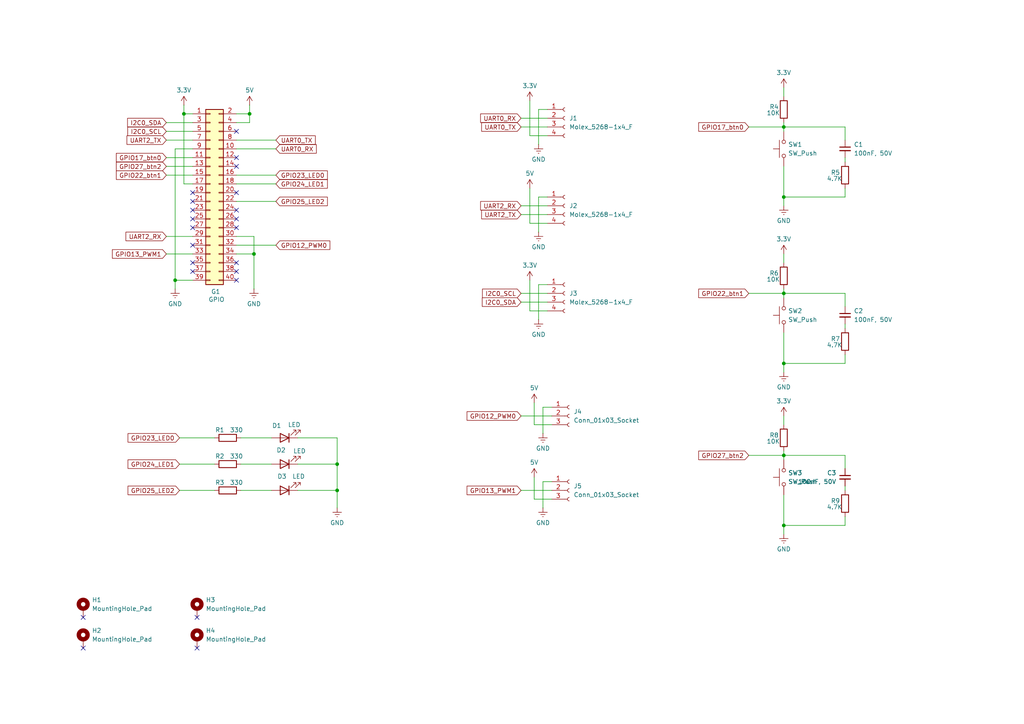
<source format=kicad_sch>
(kicad_sch
	(version 20250114)
	(generator "eeschema")
	(generator_version "9.0")
	(uuid "6a498165-530a-4fc2-82c3-d920427469e0")
	(paper "A4")
	(title_block
		(title "[Driving Maneger] Raspberry pi5 hat")
		(date "2025-07-25")
		(company "RATS")
	)
	(lib_symbols
		(symbol "Connector:Conn_01x03_Socket"
			(pin_names
				(offset 1.016)
				(hide yes)
			)
			(exclude_from_sim no)
			(in_bom yes)
			(on_board yes)
			(property "Reference" "J"
				(at 0 5.08 0)
				(effects
					(font
						(size 1.27 1.27)
					)
				)
			)
			(property "Value" "Conn_01x03_Socket"
				(at 0 -5.08 0)
				(effects
					(font
						(size 1.27 1.27)
					)
				)
			)
			(property "Footprint" ""
				(at 0 0 0)
				(effects
					(font
						(size 1.27 1.27)
					)
					(hide yes)
				)
			)
			(property "Datasheet" "~"
				(at 0 0 0)
				(effects
					(font
						(size 1.27 1.27)
					)
					(hide yes)
				)
			)
			(property "Description" "Generic connector, single row, 01x03, script generated"
				(at 0 0 0)
				(effects
					(font
						(size 1.27 1.27)
					)
					(hide yes)
				)
			)
			(property "ki_locked" ""
				(at 0 0 0)
				(effects
					(font
						(size 1.27 1.27)
					)
				)
			)
			(property "ki_keywords" "connector"
				(at 0 0 0)
				(effects
					(font
						(size 1.27 1.27)
					)
					(hide yes)
				)
			)
			(property "ki_fp_filters" "Connector*:*_1x??_*"
				(at 0 0 0)
				(effects
					(font
						(size 1.27 1.27)
					)
					(hide yes)
				)
			)
			(symbol "Conn_01x03_Socket_1_1"
				(polyline
					(pts
						(xy -1.27 2.54) (xy -0.508 2.54)
					)
					(stroke
						(width 0.1524)
						(type default)
					)
					(fill
						(type none)
					)
				)
				(polyline
					(pts
						(xy -1.27 0) (xy -0.508 0)
					)
					(stroke
						(width 0.1524)
						(type default)
					)
					(fill
						(type none)
					)
				)
				(polyline
					(pts
						(xy -1.27 -2.54) (xy -0.508 -2.54)
					)
					(stroke
						(width 0.1524)
						(type default)
					)
					(fill
						(type none)
					)
				)
				(arc
					(start 0 2.032)
					(mid -0.5058 2.54)
					(end 0 3.048)
					(stroke
						(width 0.1524)
						(type default)
					)
					(fill
						(type none)
					)
				)
				(arc
					(start 0 -0.508)
					(mid -0.5058 0)
					(end 0 0.508)
					(stroke
						(width 0.1524)
						(type default)
					)
					(fill
						(type none)
					)
				)
				(arc
					(start 0 -3.048)
					(mid -0.5058 -2.54)
					(end 0 -2.032)
					(stroke
						(width 0.1524)
						(type default)
					)
					(fill
						(type none)
					)
				)
				(pin passive line
					(at -5.08 2.54 0)
					(length 3.81)
					(name "Pin_1"
						(effects
							(font
								(size 1.27 1.27)
							)
						)
					)
					(number "1"
						(effects
							(font
								(size 1.27 1.27)
							)
						)
					)
				)
				(pin passive line
					(at -5.08 0 0)
					(length 3.81)
					(name "Pin_2"
						(effects
							(font
								(size 1.27 1.27)
							)
						)
					)
					(number "2"
						(effects
							(font
								(size 1.27 1.27)
							)
						)
					)
				)
				(pin passive line
					(at -5.08 -2.54 0)
					(length 3.81)
					(name "Pin_3"
						(effects
							(font
								(size 1.27 1.27)
							)
						)
					)
					(number "3"
						(effects
							(font
								(size 1.27 1.27)
							)
						)
					)
				)
			)
			(embedded_fonts no)
		)
		(symbol "Connector:Conn_01x04_Socket"
			(pin_names
				(offset 1.016)
				(hide yes)
			)
			(exclude_from_sim no)
			(in_bom yes)
			(on_board yes)
			(property "Reference" "J"
				(at 0 5.08 0)
				(effects
					(font
						(size 1.27 1.27)
					)
				)
			)
			(property "Value" "Conn_01x04_Socket"
				(at 0 -7.62 0)
				(effects
					(font
						(size 1.27 1.27)
					)
				)
			)
			(property "Footprint" ""
				(at 0 0 0)
				(effects
					(font
						(size 1.27 1.27)
					)
					(hide yes)
				)
			)
			(property "Datasheet" "~"
				(at 0 0 0)
				(effects
					(font
						(size 1.27 1.27)
					)
					(hide yes)
				)
			)
			(property "Description" "Generic connector, single row, 01x04, script generated"
				(at 0 0 0)
				(effects
					(font
						(size 1.27 1.27)
					)
					(hide yes)
				)
			)
			(property "ki_locked" ""
				(at 0 0 0)
				(effects
					(font
						(size 1.27 1.27)
					)
				)
			)
			(property "ki_keywords" "connector"
				(at 0 0 0)
				(effects
					(font
						(size 1.27 1.27)
					)
					(hide yes)
				)
			)
			(property "ki_fp_filters" "Connector*:*_1x??_*"
				(at 0 0 0)
				(effects
					(font
						(size 1.27 1.27)
					)
					(hide yes)
				)
			)
			(symbol "Conn_01x04_Socket_1_1"
				(polyline
					(pts
						(xy -1.27 2.54) (xy -0.508 2.54)
					)
					(stroke
						(width 0.1524)
						(type default)
					)
					(fill
						(type none)
					)
				)
				(polyline
					(pts
						(xy -1.27 0) (xy -0.508 0)
					)
					(stroke
						(width 0.1524)
						(type default)
					)
					(fill
						(type none)
					)
				)
				(polyline
					(pts
						(xy -1.27 -2.54) (xy -0.508 -2.54)
					)
					(stroke
						(width 0.1524)
						(type default)
					)
					(fill
						(type none)
					)
				)
				(polyline
					(pts
						(xy -1.27 -5.08) (xy -0.508 -5.08)
					)
					(stroke
						(width 0.1524)
						(type default)
					)
					(fill
						(type none)
					)
				)
				(arc
					(start 0 2.032)
					(mid -0.5058 2.54)
					(end 0 3.048)
					(stroke
						(width 0.1524)
						(type default)
					)
					(fill
						(type none)
					)
				)
				(arc
					(start 0 -0.508)
					(mid -0.5058 0)
					(end 0 0.508)
					(stroke
						(width 0.1524)
						(type default)
					)
					(fill
						(type none)
					)
				)
				(arc
					(start 0 -3.048)
					(mid -0.5058 -2.54)
					(end 0 -2.032)
					(stroke
						(width 0.1524)
						(type default)
					)
					(fill
						(type none)
					)
				)
				(arc
					(start 0 -5.588)
					(mid -0.5058 -5.08)
					(end 0 -4.572)
					(stroke
						(width 0.1524)
						(type default)
					)
					(fill
						(type none)
					)
				)
				(pin passive line
					(at -5.08 2.54 0)
					(length 3.81)
					(name "Pin_1"
						(effects
							(font
								(size 1.27 1.27)
							)
						)
					)
					(number "1"
						(effects
							(font
								(size 1.27 1.27)
							)
						)
					)
				)
				(pin passive line
					(at -5.08 0 0)
					(length 3.81)
					(name "Pin_2"
						(effects
							(font
								(size 1.27 1.27)
							)
						)
					)
					(number "2"
						(effects
							(font
								(size 1.27 1.27)
							)
						)
					)
				)
				(pin passive line
					(at -5.08 -2.54 0)
					(length 3.81)
					(name "Pin_3"
						(effects
							(font
								(size 1.27 1.27)
							)
						)
					)
					(number "3"
						(effects
							(font
								(size 1.27 1.27)
							)
						)
					)
				)
				(pin passive line
					(at -5.08 -5.08 0)
					(length 3.81)
					(name "Pin_4"
						(effects
							(font
								(size 1.27 1.27)
							)
						)
					)
					(number "4"
						(effects
							(font
								(size 1.27 1.27)
							)
						)
					)
				)
			)
			(embedded_fonts no)
		)
		(symbol "Connector_Generic:Conn_02x20_Odd_Even"
			(pin_names
				(offset 1.016)
				(hide yes)
			)
			(exclude_from_sim no)
			(in_bom yes)
			(on_board yes)
			(property "Reference" "J"
				(at 1.27 25.4 0)
				(effects
					(font
						(size 1.27 1.27)
					)
				)
			)
			(property "Value" "Conn_02x20_Odd_Even"
				(at 1.27 -27.94 0)
				(effects
					(font
						(size 1.27 1.27)
					)
				)
			)
			(property "Footprint" ""
				(at 0 0 0)
				(effects
					(font
						(size 1.27 1.27)
					)
					(hide yes)
				)
			)
			(property "Datasheet" "~"
				(at 0 0 0)
				(effects
					(font
						(size 1.27 1.27)
					)
					(hide yes)
				)
			)
			(property "Description" "Generic connector, double row, 02x20, odd/even pin numbering scheme (row 1 odd numbers, row 2 even numbers), script generated (kicad-library-utils/schlib/autogen/connector/)"
				(at 0 0 0)
				(effects
					(font
						(size 1.27 1.27)
					)
					(hide yes)
				)
			)
			(property "ki_keywords" "connector"
				(at 0 0 0)
				(effects
					(font
						(size 1.27 1.27)
					)
					(hide yes)
				)
			)
			(property "ki_fp_filters" "Connector*:*_2x??_*"
				(at 0 0 0)
				(effects
					(font
						(size 1.27 1.27)
					)
					(hide yes)
				)
			)
			(symbol "Conn_02x20_Odd_Even_1_1"
				(rectangle
					(start -1.27 24.13)
					(end 3.81 -26.67)
					(stroke
						(width 0.254)
						(type default)
					)
					(fill
						(type background)
					)
				)
				(rectangle
					(start -1.27 22.987)
					(end 0 22.733)
					(stroke
						(width 0.1524)
						(type default)
					)
					(fill
						(type none)
					)
				)
				(rectangle
					(start -1.27 20.447)
					(end 0 20.193)
					(stroke
						(width 0.1524)
						(type default)
					)
					(fill
						(type none)
					)
				)
				(rectangle
					(start -1.27 17.907)
					(end 0 17.653)
					(stroke
						(width 0.1524)
						(type default)
					)
					(fill
						(type none)
					)
				)
				(rectangle
					(start -1.27 15.367)
					(end 0 15.113)
					(stroke
						(width 0.1524)
						(type default)
					)
					(fill
						(type none)
					)
				)
				(rectangle
					(start -1.27 12.827)
					(end 0 12.573)
					(stroke
						(width 0.1524)
						(type default)
					)
					(fill
						(type none)
					)
				)
				(rectangle
					(start -1.27 10.287)
					(end 0 10.033)
					(stroke
						(width 0.1524)
						(type default)
					)
					(fill
						(type none)
					)
				)
				(rectangle
					(start -1.27 7.747)
					(end 0 7.493)
					(stroke
						(width 0.1524)
						(type default)
					)
					(fill
						(type none)
					)
				)
				(rectangle
					(start -1.27 5.207)
					(end 0 4.953)
					(stroke
						(width 0.1524)
						(type default)
					)
					(fill
						(type none)
					)
				)
				(rectangle
					(start -1.27 2.667)
					(end 0 2.413)
					(stroke
						(width 0.1524)
						(type default)
					)
					(fill
						(type none)
					)
				)
				(rectangle
					(start -1.27 0.127)
					(end 0 -0.127)
					(stroke
						(width 0.1524)
						(type default)
					)
					(fill
						(type none)
					)
				)
				(rectangle
					(start -1.27 -2.413)
					(end 0 -2.667)
					(stroke
						(width 0.1524)
						(type default)
					)
					(fill
						(type none)
					)
				)
				(rectangle
					(start -1.27 -4.953)
					(end 0 -5.207)
					(stroke
						(width 0.1524)
						(type default)
					)
					(fill
						(type none)
					)
				)
				(rectangle
					(start -1.27 -7.493)
					(end 0 -7.747)
					(stroke
						(width 0.1524)
						(type default)
					)
					(fill
						(type none)
					)
				)
				(rectangle
					(start -1.27 -10.033)
					(end 0 -10.287)
					(stroke
						(width 0.1524)
						(type default)
					)
					(fill
						(type none)
					)
				)
				(rectangle
					(start -1.27 -12.573)
					(end 0 -12.827)
					(stroke
						(width 0.1524)
						(type default)
					)
					(fill
						(type none)
					)
				)
				(rectangle
					(start -1.27 -15.113)
					(end 0 -15.367)
					(stroke
						(width 0.1524)
						(type default)
					)
					(fill
						(type none)
					)
				)
				(rectangle
					(start -1.27 -17.653)
					(end 0 -17.907)
					(stroke
						(width 0.1524)
						(type default)
					)
					(fill
						(type none)
					)
				)
				(rectangle
					(start -1.27 -20.193)
					(end 0 -20.447)
					(stroke
						(width 0.1524)
						(type default)
					)
					(fill
						(type none)
					)
				)
				(rectangle
					(start -1.27 -22.733)
					(end 0 -22.987)
					(stroke
						(width 0.1524)
						(type default)
					)
					(fill
						(type none)
					)
				)
				(rectangle
					(start -1.27 -25.273)
					(end 0 -25.527)
					(stroke
						(width 0.1524)
						(type default)
					)
					(fill
						(type none)
					)
				)
				(rectangle
					(start 3.81 22.987)
					(end 2.54 22.733)
					(stroke
						(width 0.1524)
						(type default)
					)
					(fill
						(type none)
					)
				)
				(rectangle
					(start 3.81 20.447)
					(end 2.54 20.193)
					(stroke
						(width 0.1524)
						(type default)
					)
					(fill
						(type none)
					)
				)
				(rectangle
					(start 3.81 17.907)
					(end 2.54 17.653)
					(stroke
						(width 0.1524)
						(type default)
					)
					(fill
						(type none)
					)
				)
				(rectangle
					(start 3.81 15.367)
					(end 2.54 15.113)
					(stroke
						(width 0.1524)
						(type default)
					)
					(fill
						(type none)
					)
				)
				(rectangle
					(start 3.81 12.827)
					(end 2.54 12.573)
					(stroke
						(width 0.1524)
						(type default)
					)
					(fill
						(type none)
					)
				)
				(rectangle
					(start 3.81 10.287)
					(end 2.54 10.033)
					(stroke
						(width 0.1524)
						(type default)
					)
					(fill
						(type none)
					)
				)
				(rectangle
					(start 3.81 7.747)
					(end 2.54 7.493)
					(stroke
						(width 0.1524)
						(type default)
					)
					(fill
						(type none)
					)
				)
				(rectangle
					(start 3.81 5.207)
					(end 2.54 4.953)
					(stroke
						(width 0.1524)
						(type default)
					)
					(fill
						(type none)
					)
				)
				(rectangle
					(start 3.81 2.667)
					(end 2.54 2.413)
					(stroke
						(width 0.1524)
						(type default)
					)
					(fill
						(type none)
					)
				)
				(rectangle
					(start 3.81 0.127)
					(end 2.54 -0.127)
					(stroke
						(width 0.1524)
						(type default)
					)
					(fill
						(type none)
					)
				)
				(rectangle
					(start 3.81 -2.413)
					(end 2.54 -2.667)
					(stroke
						(width 0.1524)
						(type default)
					)
					(fill
						(type none)
					)
				)
				(rectangle
					(start 3.81 -4.953)
					(end 2.54 -5.207)
					(stroke
						(width 0.1524)
						(type default)
					)
					(fill
						(type none)
					)
				)
				(rectangle
					(start 3.81 -7.493)
					(end 2.54 -7.747)
					(stroke
						(width 0.1524)
						(type default)
					)
					(fill
						(type none)
					)
				)
				(rectangle
					(start 3.81 -10.033)
					(end 2.54 -10.287)
					(stroke
						(width 0.1524)
						(type default)
					)
					(fill
						(type none)
					)
				)
				(rectangle
					(start 3.81 -12.573)
					(end 2.54 -12.827)
					(stroke
						(width 0.1524)
						(type default)
					)
					(fill
						(type none)
					)
				)
				(rectangle
					(start 3.81 -15.113)
					(end 2.54 -15.367)
					(stroke
						(width 0.1524)
						(type default)
					)
					(fill
						(type none)
					)
				)
				(rectangle
					(start 3.81 -17.653)
					(end 2.54 -17.907)
					(stroke
						(width 0.1524)
						(type default)
					)
					(fill
						(type none)
					)
				)
				(rectangle
					(start 3.81 -20.193)
					(end 2.54 -20.447)
					(stroke
						(width 0.1524)
						(type default)
					)
					(fill
						(type none)
					)
				)
				(rectangle
					(start 3.81 -22.733)
					(end 2.54 -22.987)
					(stroke
						(width 0.1524)
						(type default)
					)
					(fill
						(type none)
					)
				)
				(rectangle
					(start 3.81 -25.273)
					(end 2.54 -25.527)
					(stroke
						(width 0.1524)
						(type default)
					)
					(fill
						(type none)
					)
				)
				(pin passive line
					(at -5.08 22.86 0)
					(length 3.81)
					(name "Pin_1"
						(effects
							(font
								(size 1.27 1.27)
							)
						)
					)
					(number "1"
						(effects
							(font
								(size 1.27 1.27)
							)
						)
					)
				)
				(pin passive line
					(at -5.08 20.32 0)
					(length 3.81)
					(name "Pin_3"
						(effects
							(font
								(size 1.27 1.27)
							)
						)
					)
					(number "3"
						(effects
							(font
								(size 1.27 1.27)
							)
						)
					)
				)
				(pin passive line
					(at -5.08 17.78 0)
					(length 3.81)
					(name "Pin_5"
						(effects
							(font
								(size 1.27 1.27)
							)
						)
					)
					(number "5"
						(effects
							(font
								(size 1.27 1.27)
							)
						)
					)
				)
				(pin passive line
					(at -5.08 15.24 0)
					(length 3.81)
					(name "Pin_7"
						(effects
							(font
								(size 1.27 1.27)
							)
						)
					)
					(number "7"
						(effects
							(font
								(size 1.27 1.27)
							)
						)
					)
				)
				(pin passive line
					(at -5.08 12.7 0)
					(length 3.81)
					(name "Pin_9"
						(effects
							(font
								(size 1.27 1.27)
							)
						)
					)
					(number "9"
						(effects
							(font
								(size 1.27 1.27)
							)
						)
					)
				)
				(pin passive line
					(at -5.08 10.16 0)
					(length 3.81)
					(name "Pin_11"
						(effects
							(font
								(size 1.27 1.27)
							)
						)
					)
					(number "11"
						(effects
							(font
								(size 1.27 1.27)
							)
						)
					)
				)
				(pin passive line
					(at -5.08 7.62 0)
					(length 3.81)
					(name "Pin_13"
						(effects
							(font
								(size 1.27 1.27)
							)
						)
					)
					(number "13"
						(effects
							(font
								(size 1.27 1.27)
							)
						)
					)
				)
				(pin passive line
					(at -5.08 5.08 0)
					(length 3.81)
					(name "Pin_15"
						(effects
							(font
								(size 1.27 1.27)
							)
						)
					)
					(number "15"
						(effects
							(font
								(size 1.27 1.27)
							)
						)
					)
				)
				(pin passive line
					(at -5.08 2.54 0)
					(length 3.81)
					(name "Pin_17"
						(effects
							(font
								(size 1.27 1.27)
							)
						)
					)
					(number "17"
						(effects
							(font
								(size 1.27 1.27)
							)
						)
					)
				)
				(pin passive line
					(at -5.08 0 0)
					(length 3.81)
					(name "Pin_19"
						(effects
							(font
								(size 1.27 1.27)
							)
						)
					)
					(number "19"
						(effects
							(font
								(size 1.27 1.27)
							)
						)
					)
				)
				(pin passive line
					(at -5.08 -2.54 0)
					(length 3.81)
					(name "Pin_21"
						(effects
							(font
								(size 1.27 1.27)
							)
						)
					)
					(number "21"
						(effects
							(font
								(size 1.27 1.27)
							)
						)
					)
				)
				(pin passive line
					(at -5.08 -5.08 0)
					(length 3.81)
					(name "Pin_23"
						(effects
							(font
								(size 1.27 1.27)
							)
						)
					)
					(number "23"
						(effects
							(font
								(size 1.27 1.27)
							)
						)
					)
				)
				(pin passive line
					(at -5.08 -7.62 0)
					(length 3.81)
					(name "Pin_25"
						(effects
							(font
								(size 1.27 1.27)
							)
						)
					)
					(number "25"
						(effects
							(font
								(size 1.27 1.27)
							)
						)
					)
				)
				(pin passive line
					(at -5.08 -10.16 0)
					(length 3.81)
					(name "Pin_27"
						(effects
							(font
								(size 1.27 1.27)
							)
						)
					)
					(number "27"
						(effects
							(font
								(size 1.27 1.27)
							)
						)
					)
				)
				(pin passive line
					(at -5.08 -12.7 0)
					(length 3.81)
					(name "Pin_29"
						(effects
							(font
								(size 1.27 1.27)
							)
						)
					)
					(number "29"
						(effects
							(font
								(size 1.27 1.27)
							)
						)
					)
				)
				(pin passive line
					(at -5.08 -15.24 0)
					(length 3.81)
					(name "Pin_31"
						(effects
							(font
								(size 1.27 1.27)
							)
						)
					)
					(number "31"
						(effects
							(font
								(size 1.27 1.27)
							)
						)
					)
				)
				(pin passive line
					(at -5.08 -17.78 0)
					(length 3.81)
					(name "Pin_33"
						(effects
							(font
								(size 1.27 1.27)
							)
						)
					)
					(number "33"
						(effects
							(font
								(size 1.27 1.27)
							)
						)
					)
				)
				(pin passive line
					(at -5.08 -20.32 0)
					(length 3.81)
					(name "Pin_35"
						(effects
							(font
								(size 1.27 1.27)
							)
						)
					)
					(number "35"
						(effects
							(font
								(size 1.27 1.27)
							)
						)
					)
				)
				(pin passive line
					(at -5.08 -22.86 0)
					(length 3.81)
					(name "Pin_37"
						(effects
							(font
								(size 1.27 1.27)
							)
						)
					)
					(number "37"
						(effects
							(font
								(size 1.27 1.27)
							)
						)
					)
				)
				(pin passive line
					(at -5.08 -25.4 0)
					(length 3.81)
					(name "Pin_39"
						(effects
							(font
								(size 1.27 1.27)
							)
						)
					)
					(number "39"
						(effects
							(font
								(size 1.27 1.27)
							)
						)
					)
				)
				(pin passive line
					(at 7.62 22.86 180)
					(length 3.81)
					(name "Pin_2"
						(effects
							(font
								(size 1.27 1.27)
							)
						)
					)
					(number "2"
						(effects
							(font
								(size 1.27 1.27)
							)
						)
					)
				)
				(pin passive line
					(at 7.62 20.32 180)
					(length 3.81)
					(name "Pin_4"
						(effects
							(font
								(size 1.27 1.27)
							)
						)
					)
					(number "4"
						(effects
							(font
								(size 1.27 1.27)
							)
						)
					)
				)
				(pin passive line
					(at 7.62 17.78 180)
					(length 3.81)
					(name "Pin_6"
						(effects
							(font
								(size 1.27 1.27)
							)
						)
					)
					(number "6"
						(effects
							(font
								(size 1.27 1.27)
							)
						)
					)
				)
				(pin passive line
					(at 7.62 15.24 180)
					(length 3.81)
					(name "Pin_8"
						(effects
							(font
								(size 1.27 1.27)
							)
						)
					)
					(number "8"
						(effects
							(font
								(size 1.27 1.27)
							)
						)
					)
				)
				(pin passive line
					(at 7.62 12.7 180)
					(length 3.81)
					(name "Pin_10"
						(effects
							(font
								(size 1.27 1.27)
							)
						)
					)
					(number "10"
						(effects
							(font
								(size 1.27 1.27)
							)
						)
					)
				)
				(pin passive line
					(at 7.62 10.16 180)
					(length 3.81)
					(name "Pin_12"
						(effects
							(font
								(size 1.27 1.27)
							)
						)
					)
					(number "12"
						(effects
							(font
								(size 1.27 1.27)
							)
						)
					)
				)
				(pin passive line
					(at 7.62 7.62 180)
					(length 3.81)
					(name "Pin_14"
						(effects
							(font
								(size 1.27 1.27)
							)
						)
					)
					(number "14"
						(effects
							(font
								(size 1.27 1.27)
							)
						)
					)
				)
				(pin passive line
					(at 7.62 5.08 180)
					(length 3.81)
					(name "Pin_16"
						(effects
							(font
								(size 1.27 1.27)
							)
						)
					)
					(number "16"
						(effects
							(font
								(size 1.27 1.27)
							)
						)
					)
				)
				(pin passive line
					(at 7.62 2.54 180)
					(length 3.81)
					(name "Pin_18"
						(effects
							(font
								(size 1.27 1.27)
							)
						)
					)
					(number "18"
						(effects
							(font
								(size 1.27 1.27)
							)
						)
					)
				)
				(pin passive line
					(at 7.62 0 180)
					(length 3.81)
					(name "Pin_20"
						(effects
							(font
								(size 1.27 1.27)
							)
						)
					)
					(number "20"
						(effects
							(font
								(size 1.27 1.27)
							)
						)
					)
				)
				(pin passive line
					(at 7.62 -2.54 180)
					(length 3.81)
					(name "Pin_22"
						(effects
							(font
								(size 1.27 1.27)
							)
						)
					)
					(number "22"
						(effects
							(font
								(size 1.27 1.27)
							)
						)
					)
				)
				(pin passive line
					(at 7.62 -5.08 180)
					(length 3.81)
					(name "Pin_24"
						(effects
							(font
								(size 1.27 1.27)
							)
						)
					)
					(number "24"
						(effects
							(font
								(size 1.27 1.27)
							)
						)
					)
				)
				(pin passive line
					(at 7.62 -7.62 180)
					(length 3.81)
					(name "Pin_26"
						(effects
							(font
								(size 1.27 1.27)
							)
						)
					)
					(number "26"
						(effects
							(font
								(size 1.27 1.27)
							)
						)
					)
				)
				(pin passive line
					(at 7.62 -10.16 180)
					(length 3.81)
					(name "Pin_28"
						(effects
							(font
								(size 1.27 1.27)
							)
						)
					)
					(number "28"
						(effects
							(font
								(size 1.27 1.27)
							)
						)
					)
				)
				(pin passive line
					(at 7.62 -12.7 180)
					(length 3.81)
					(name "Pin_30"
						(effects
							(font
								(size 1.27 1.27)
							)
						)
					)
					(number "30"
						(effects
							(font
								(size 1.27 1.27)
							)
						)
					)
				)
				(pin passive line
					(at 7.62 -15.24 180)
					(length 3.81)
					(name "Pin_32"
						(effects
							(font
								(size 1.27 1.27)
							)
						)
					)
					(number "32"
						(effects
							(font
								(size 1.27 1.27)
							)
						)
					)
				)
				(pin passive line
					(at 7.62 -17.78 180)
					(length 3.81)
					(name "Pin_34"
						(effects
							(font
								(size 1.27 1.27)
							)
						)
					)
					(number "34"
						(effects
							(font
								(size 1.27 1.27)
							)
						)
					)
				)
				(pin passive line
					(at 7.62 -20.32 180)
					(length 3.81)
					(name "Pin_36"
						(effects
							(font
								(size 1.27 1.27)
							)
						)
					)
					(number "36"
						(effects
							(font
								(size 1.27 1.27)
							)
						)
					)
				)
				(pin passive line
					(at 7.62 -22.86 180)
					(length 3.81)
					(name "Pin_38"
						(effects
							(font
								(size 1.27 1.27)
							)
						)
					)
					(number "38"
						(effects
							(font
								(size 1.27 1.27)
							)
						)
					)
				)
				(pin passive line
					(at 7.62 -25.4 180)
					(length 3.81)
					(name "Pin_40"
						(effects
							(font
								(size 1.27 1.27)
							)
						)
					)
					(number "40"
						(effects
							(font
								(size 1.27 1.27)
							)
						)
					)
				)
			)
			(embedded_fonts no)
		)
		(symbol "Device:C_Small"
			(pin_numbers
				(hide yes)
			)
			(pin_names
				(offset 0.254)
				(hide yes)
			)
			(exclude_from_sim no)
			(in_bom yes)
			(on_board yes)
			(property "Reference" "C"
				(at 0.254 1.778 0)
				(effects
					(font
						(size 1.27 1.27)
					)
					(justify left)
				)
			)
			(property "Value" "C_Small"
				(at 0.254 -2.032 0)
				(effects
					(font
						(size 1.27 1.27)
					)
					(justify left)
				)
			)
			(property "Footprint" ""
				(at 0 0 0)
				(effects
					(font
						(size 1.27 1.27)
					)
					(hide yes)
				)
			)
			(property "Datasheet" "~"
				(at 0 0 0)
				(effects
					(font
						(size 1.27 1.27)
					)
					(hide yes)
				)
			)
			(property "Description" "Unpolarized capacitor, small symbol"
				(at 0 0 0)
				(effects
					(font
						(size 1.27 1.27)
					)
					(hide yes)
				)
			)
			(property "ki_keywords" "capacitor cap"
				(at 0 0 0)
				(effects
					(font
						(size 1.27 1.27)
					)
					(hide yes)
				)
			)
			(property "ki_fp_filters" "C_*"
				(at 0 0 0)
				(effects
					(font
						(size 1.27 1.27)
					)
					(hide yes)
				)
			)
			(symbol "C_Small_0_1"
				(polyline
					(pts
						(xy -1.524 0.508) (xy 1.524 0.508)
					)
					(stroke
						(width 0.3048)
						(type default)
					)
					(fill
						(type none)
					)
				)
				(polyline
					(pts
						(xy -1.524 -0.508) (xy 1.524 -0.508)
					)
					(stroke
						(width 0.3302)
						(type default)
					)
					(fill
						(type none)
					)
				)
			)
			(symbol "C_Small_1_1"
				(pin passive line
					(at 0 2.54 270)
					(length 2.032)
					(name "~"
						(effects
							(font
								(size 1.27 1.27)
							)
						)
					)
					(number "1"
						(effects
							(font
								(size 1.27 1.27)
							)
						)
					)
				)
				(pin passive line
					(at 0 -2.54 90)
					(length 2.032)
					(name "~"
						(effects
							(font
								(size 1.27 1.27)
							)
						)
					)
					(number "2"
						(effects
							(font
								(size 1.27 1.27)
							)
						)
					)
				)
			)
			(embedded_fonts no)
		)
		(symbol "Device:LED"
			(pin_numbers
				(hide yes)
			)
			(pin_names
				(offset 1.016)
				(hide yes)
			)
			(exclude_from_sim no)
			(in_bom yes)
			(on_board yes)
			(property "Reference" "D"
				(at 0 2.54 0)
				(effects
					(font
						(size 1.27 1.27)
					)
				)
			)
			(property "Value" "LED"
				(at 0 -2.54 0)
				(effects
					(font
						(size 1.27 1.27)
					)
				)
			)
			(property "Footprint" ""
				(at 0 0 0)
				(effects
					(font
						(size 1.27 1.27)
					)
					(hide yes)
				)
			)
			(property "Datasheet" "~"
				(at 0 0 0)
				(effects
					(font
						(size 1.27 1.27)
					)
					(hide yes)
				)
			)
			(property "Description" "Light emitting diode"
				(at 0 0 0)
				(effects
					(font
						(size 1.27 1.27)
					)
					(hide yes)
				)
			)
			(property "Sim.Pins" "1=K 2=A"
				(at 0 0 0)
				(effects
					(font
						(size 1.27 1.27)
					)
					(hide yes)
				)
			)
			(property "ki_keywords" "LED diode"
				(at 0 0 0)
				(effects
					(font
						(size 1.27 1.27)
					)
					(hide yes)
				)
			)
			(property "ki_fp_filters" "LED* LED_SMD:* LED_THT:*"
				(at 0 0 0)
				(effects
					(font
						(size 1.27 1.27)
					)
					(hide yes)
				)
			)
			(symbol "LED_0_1"
				(polyline
					(pts
						(xy -3.048 -0.762) (xy -4.572 -2.286) (xy -3.81 -2.286) (xy -4.572 -2.286) (xy -4.572 -1.524)
					)
					(stroke
						(width 0)
						(type default)
					)
					(fill
						(type none)
					)
				)
				(polyline
					(pts
						(xy -1.778 -0.762) (xy -3.302 -2.286) (xy -2.54 -2.286) (xy -3.302 -2.286) (xy -3.302 -1.524)
					)
					(stroke
						(width 0)
						(type default)
					)
					(fill
						(type none)
					)
				)
				(polyline
					(pts
						(xy -1.27 0) (xy 1.27 0)
					)
					(stroke
						(width 0)
						(type default)
					)
					(fill
						(type none)
					)
				)
				(polyline
					(pts
						(xy -1.27 -1.27) (xy -1.27 1.27)
					)
					(stroke
						(width 0.254)
						(type default)
					)
					(fill
						(type none)
					)
				)
				(polyline
					(pts
						(xy 1.27 -1.27) (xy 1.27 1.27) (xy -1.27 0) (xy 1.27 -1.27)
					)
					(stroke
						(width 0.254)
						(type default)
					)
					(fill
						(type none)
					)
				)
			)
			(symbol "LED_1_1"
				(pin passive line
					(at -3.81 0 0)
					(length 2.54)
					(name "K"
						(effects
							(font
								(size 1.27 1.27)
							)
						)
					)
					(number "1"
						(effects
							(font
								(size 1.27 1.27)
							)
						)
					)
				)
				(pin passive line
					(at 3.81 0 180)
					(length 2.54)
					(name "A"
						(effects
							(font
								(size 1.27 1.27)
							)
						)
					)
					(number "2"
						(effects
							(font
								(size 1.27 1.27)
							)
						)
					)
				)
			)
			(embedded_fonts no)
		)
		(symbol "Device:R"
			(pin_numbers
				(hide yes)
			)
			(pin_names
				(offset 0)
			)
			(exclude_from_sim no)
			(in_bom yes)
			(on_board yes)
			(property "Reference" "R"
				(at 2.032 0 90)
				(effects
					(font
						(size 1.27 1.27)
					)
				)
			)
			(property "Value" "R"
				(at 0 0 90)
				(effects
					(font
						(size 1.27 1.27)
					)
				)
			)
			(property "Footprint" ""
				(at -1.778 0 90)
				(effects
					(font
						(size 1.27 1.27)
					)
					(hide yes)
				)
			)
			(property "Datasheet" "~"
				(at 0 0 0)
				(effects
					(font
						(size 1.27 1.27)
					)
					(hide yes)
				)
			)
			(property "Description" "Resistor"
				(at 0 0 0)
				(effects
					(font
						(size 1.27 1.27)
					)
					(hide yes)
				)
			)
			(property "ki_keywords" "R res resistor"
				(at 0 0 0)
				(effects
					(font
						(size 1.27 1.27)
					)
					(hide yes)
				)
			)
			(property "ki_fp_filters" "R_*"
				(at 0 0 0)
				(effects
					(font
						(size 1.27 1.27)
					)
					(hide yes)
				)
			)
			(symbol "R_0_1"
				(rectangle
					(start -1.016 -2.54)
					(end 1.016 2.54)
					(stroke
						(width 0.254)
						(type default)
					)
					(fill
						(type none)
					)
				)
			)
			(symbol "R_1_1"
				(pin passive line
					(at 0 3.81 270)
					(length 1.27)
					(name "~"
						(effects
							(font
								(size 1.27 1.27)
							)
						)
					)
					(number "1"
						(effects
							(font
								(size 1.27 1.27)
							)
						)
					)
				)
				(pin passive line
					(at 0 -3.81 90)
					(length 1.27)
					(name "~"
						(effects
							(font
								(size 1.27 1.27)
							)
						)
					)
					(number "2"
						(effects
							(font
								(size 1.27 1.27)
							)
						)
					)
				)
			)
			(embedded_fonts no)
		)
		(symbol "Mechanical:MountingHole_Pad"
			(pin_numbers
				(hide yes)
			)
			(pin_names
				(offset 1.016)
				(hide yes)
			)
			(exclude_from_sim yes)
			(in_bom no)
			(on_board yes)
			(property "Reference" "H"
				(at 0 6.35 0)
				(effects
					(font
						(size 1.27 1.27)
					)
				)
			)
			(property "Value" "MountingHole_Pad"
				(at 0 4.445 0)
				(effects
					(font
						(size 1.27 1.27)
					)
				)
			)
			(property "Footprint" ""
				(at 0 0 0)
				(effects
					(font
						(size 1.27 1.27)
					)
					(hide yes)
				)
			)
			(property "Datasheet" "~"
				(at 0 0 0)
				(effects
					(font
						(size 1.27 1.27)
					)
					(hide yes)
				)
			)
			(property "Description" "Mounting Hole with connection"
				(at 0 0 0)
				(effects
					(font
						(size 1.27 1.27)
					)
					(hide yes)
				)
			)
			(property "ki_keywords" "mounting hole"
				(at 0 0 0)
				(effects
					(font
						(size 1.27 1.27)
					)
					(hide yes)
				)
			)
			(property "ki_fp_filters" "MountingHole*Pad*"
				(at 0 0 0)
				(effects
					(font
						(size 1.27 1.27)
					)
					(hide yes)
				)
			)
			(symbol "MountingHole_Pad_0_1"
				(circle
					(center 0 1.27)
					(radius 1.27)
					(stroke
						(width 1.27)
						(type default)
					)
					(fill
						(type none)
					)
				)
			)
			(symbol "MountingHole_Pad_1_1"
				(pin input line
					(at 0 -2.54 90)
					(length 2.54)
					(name "1"
						(effects
							(font
								(size 1.27 1.27)
							)
						)
					)
					(number "1"
						(effects
							(font
								(size 1.27 1.27)
							)
						)
					)
				)
			)
			(embedded_fonts no)
		)
		(symbol "Switch:SW_Push"
			(pin_numbers
				(hide yes)
			)
			(pin_names
				(offset 1.016)
				(hide yes)
			)
			(exclude_from_sim no)
			(in_bom yes)
			(on_board yes)
			(property "Reference" "SW"
				(at 1.27 2.54 0)
				(effects
					(font
						(size 1.27 1.27)
					)
					(justify left)
				)
			)
			(property "Value" "SW_Push"
				(at 0 -1.524 0)
				(effects
					(font
						(size 1.27 1.27)
					)
				)
			)
			(property "Footprint" ""
				(at 0 5.08 0)
				(effects
					(font
						(size 1.27 1.27)
					)
					(hide yes)
				)
			)
			(property "Datasheet" "~"
				(at 0 5.08 0)
				(effects
					(font
						(size 1.27 1.27)
					)
					(hide yes)
				)
			)
			(property "Description" "Push button switch, generic, two pins"
				(at 0 0 0)
				(effects
					(font
						(size 1.27 1.27)
					)
					(hide yes)
				)
			)
			(property "ki_keywords" "switch normally-open pushbutton push-button"
				(at 0 0 0)
				(effects
					(font
						(size 1.27 1.27)
					)
					(hide yes)
				)
			)
			(symbol "SW_Push_0_1"
				(circle
					(center -2.032 0)
					(radius 0.508)
					(stroke
						(width 0)
						(type default)
					)
					(fill
						(type none)
					)
				)
				(polyline
					(pts
						(xy 0 1.27) (xy 0 3.048)
					)
					(stroke
						(width 0)
						(type default)
					)
					(fill
						(type none)
					)
				)
				(circle
					(center 2.032 0)
					(radius 0.508)
					(stroke
						(width 0)
						(type default)
					)
					(fill
						(type none)
					)
				)
				(polyline
					(pts
						(xy 2.54 1.27) (xy -2.54 1.27)
					)
					(stroke
						(width 0)
						(type default)
					)
					(fill
						(type none)
					)
				)
				(pin passive line
					(at -5.08 0 0)
					(length 2.54)
					(name "1"
						(effects
							(font
								(size 1.27 1.27)
							)
						)
					)
					(number "1"
						(effects
							(font
								(size 1.27 1.27)
							)
						)
					)
				)
				(pin passive line
					(at 5.08 0 180)
					(length 2.54)
					(name "2"
						(effects
							(font
								(size 1.27 1.27)
							)
						)
					)
					(number "2"
						(effects
							(font
								(size 1.27 1.27)
							)
						)
					)
				)
			)
			(embedded_fonts no)
		)
		(symbol "power:+3.3V"
			(power)
			(pin_numbers
				(hide yes)
			)
			(pin_names
				(offset 0)
				(hide yes)
			)
			(exclude_from_sim no)
			(in_bom yes)
			(on_board yes)
			(property "Reference" "#PWR"
				(at 0 -3.81 0)
				(effects
					(font
						(size 1.27 1.27)
					)
					(hide yes)
				)
			)
			(property "Value" "+3.3V"
				(at 0 3.556 0)
				(effects
					(font
						(size 1.27 1.27)
					)
				)
			)
			(property "Footprint" ""
				(at 0 0 0)
				(effects
					(font
						(size 1.27 1.27)
					)
					(hide yes)
				)
			)
			(property "Datasheet" ""
				(at 0 0 0)
				(effects
					(font
						(size 1.27 1.27)
					)
					(hide yes)
				)
			)
			(property "Description" "Power symbol creates a global label with name \"+3.3V\""
				(at 0 0 0)
				(effects
					(font
						(size 1.27 1.27)
					)
					(hide yes)
				)
			)
			(property "ki_keywords" "global power"
				(at 0 0 0)
				(effects
					(font
						(size 1.27 1.27)
					)
					(hide yes)
				)
			)
			(symbol "+3.3V_0_1"
				(polyline
					(pts
						(xy -0.762 1.27) (xy 0 2.54)
					)
					(stroke
						(width 0)
						(type default)
					)
					(fill
						(type none)
					)
				)
				(polyline
					(pts
						(xy 0 2.54) (xy 0.762 1.27)
					)
					(stroke
						(width 0)
						(type default)
					)
					(fill
						(type none)
					)
				)
				(polyline
					(pts
						(xy 0 0) (xy 0 2.54)
					)
					(stroke
						(width 0)
						(type default)
					)
					(fill
						(type none)
					)
				)
			)
			(symbol "+3.3V_1_1"
				(pin power_in line
					(at 0 0 90)
					(length 0)
					(name "~"
						(effects
							(font
								(size 1.27 1.27)
							)
						)
					)
					(number "1"
						(effects
							(font
								(size 1.27 1.27)
							)
						)
					)
				)
			)
			(embedded_fonts no)
		)
		(symbol "power:GNDREF"
			(power)
			(pin_numbers
				(hide yes)
			)
			(pin_names
				(offset 0)
				(hide yes)
			)
			(exclude_from_sim no)
			(in_bom yes)
			(on_board yes)
			(property "Reference" "#PWR"
				(at 0 -6.35 0)
				(effects
					(font
						(size 1.27 1.27)
					)
					(hide yes)
				)
			)
			(property "Value" "GNDREF"
				(at 0 -3.81 0)
				(effects
					(font
						(size 1.27 1.27)
					)
				)
			)
			(property "Footprint" ""
				(at 0 0 0)
				(effects
					(font
						(size 1.27 1.27)
					)
					(hide yes)
				)
			)
			(property "Datasheet" ""
				(at 0 0 0)
				(effects
					(font
						(size 1.27 1.27)
					)
					(hide yes)
				)
			)
			(property "Description" "Power symbol creates a global label with name \"GNDREF\" , reference supply ground"
				(at 0 0 0)
				(effects
					(font
						(size 1.27 1.27)
					)
					(hide yes)
				)
			)
			(property "ki_keywords" "global power"
				(at 0 0 0)
				(effects
					(font
						(size 1.27 1.27)
					)
					(hide yes)
				)
			)
			(symbol "GNDREF_0_1"
				(polyline
					(pts
						(xy -0.635 -1.905) (xy 0.635 -1.905)
					)
					(stroke
						(width 0)
						(type default)
					)
					(fill
						(type none)
					)
				)
				(polyline
					(pts
						(xy -0.127 -2.54) (xy 0.127 -2.54)
					)
					(stroke
						(width 0)
						(type default)
					)
					(fill
						(type none)
					)
				)
				(polyline
					(pts
						(xy 0 -1.27) (xy 0 0)
					)
					(stroke
						(width 0)
						(type default)
					)
					(fill
						(type none)
					)
				)
				(polyline
					(pts
						(xy 1.27 -1.27) (xy -1.27 -1.27)
					)
					(stroke
						(width 0)
						(type default)
					)
					(fill
						(type none)
					)
				)
			)
			(symbol "GNDREF_1_1"
				(pin power_in line
					(at 0 0 270)
					(length 0)
					(name "~"
						(effects
							(font
								(size 1.27 1.27)
							)
						)
					)
					(number "1"
						(effects
							(font
								(size 1.27 1.27)
							)
						)
					)
				)
			)
			(embedded_fonts no)
		)
	)
	(junction
		(at 53.34 33.02)
		(diameter 0)
		(color 0 0 0 0)
		(uuid "00cec742-ec91-41cf-9526-f857d7a9dab8")
	)
	(junction
		(at 50.8 81.28)
		(diameter 0)
		(color 0 0 0 0)
		(uuid "16b3eed5-d374-4065-b56c-777690bba86c")
	)
	(junction
		(at 97.79 134.62)
		(diameter 0)
		(color 0 0 0 0)
		(uuid "2bbeed0a-0105-46ee-9e66-51f37bb34d08")
	)
	(junction
		(at 227.33 57.15)
		(diameter 0)
		(color 0 0 0 0)
		(uuid "426664c2-56a4-4ec5-ad92-36df1ff72d66")
	)
	(junction
		(at 72.39 33.02)
		(diameter 0)
		(color 0 0 0 0)
		(uuid "4ab35636-8783-42cd-b065-e04cf48033c9")
	)
	(junction
		(at 227.33 105.41)
		(diameter 0)
		(color 0 0 0 0)
		(uuid "7c0a69a5-e750-46d6-a048-9fa864865772")
	)
	(junction
		(at 97.79 142.24)
		(diameter 0)
		(color 0 0 0 0)
		(uuid "80dce28a-f8b1-4026-824e-469892096999")
	)
	(junction
		(at 227.33 36.83)
		(diameter 0)
		(color 0 0 0 0)
		(uuid "88c066c9-90d6-4947-a71e-99b42ccda989")
	)
	(junction
		(at 227.33 85.09)
		(diameter 0)
		(color 0 0 0 0)
		(uuid "9f880168-13f7-43a0-adf0-919a1fbc16af")
	)
	(junction
		(at 73.66 73.66)
		(diameter 0)
		(color 0 0 0 0)
		(uuid "b3531b79-903f-44e3-96af-86d940965c41")
	)
	(junction
		(at 227.33 132.08)
		(diameter 0)
		(color 0 0 0 0)
		(uuid "b6387a6b-c96d-49c6-a8a1-82afc75987d0")
	)
	(junction
		(at 227.33 152.4)
		(diameter 0)
		(color 0 0 0 0)
		(uuid "cfa21b46-9eab-46f2-99aa-6f349736b7f0")
	)
	(no_connect
		(at 55.88 55.88)
		(uuid "1f673abc-8b90-4c5d-9571-531fce7c6453")
	)
	(no_connect
		(at 68.58 63.5)
		(uuid "2839d01b-2bd1-41de-aadd-f0c6db1fe07e")
	)
	(no_connect
		(at 55.88 60.96)
		(uuid "289e56ec-edad-4f0b-8cd1-36368c7272e1")
	)
	(no_connect
		(at 68.58 78.74)
		(uuid "2d8cde50-f242-4836-9544-816408e05f81")
	)
	(no_connect
		(at 57.15 179.07)
		(uuid "3470436b-1aea-45d9-a48f-23f1371a2884")
	)
	(no_connect
		(at 68.58 66.04)
		(uuid "445763e9-6647-4ea0-8d16-1a78365d9d06")
	)
	(no_connect
		(at 68.58 55.88)
		(uuid "44aa5de4-25e9-4b8e-932b-cf9838ff8975")
	)
	(no_connect
		(at 68.58 45.72)
		(uuid "48d3426e-64de-458c-a946-c5609ab6e996")
	)
	(no_connect
		(at 57.15 187.96)
		(uuid "4d1f621a-4292-4db7-ba3c-bd9f82ff0763")
	)
	(no_connect
		(at 68.58 48.26)
		(uuid "4f63dea5-b297-4bdc-b597-54bf4d7fb502")
	)
	(no_connect
		(at 68.58 76.2)
		(uuid "75336396-8eeb-4a5c-b7e5-e9c26fb04d81")
	)
	(no_connect
		(at 55.88 66.04)
		(uuid "880bf955-3f47-407d-8b67-ef61f991a59f")
	)
	(no_connect
		(at 68.58 38.1)
		(uuid "9875d3ca-0f12-4d83-86f5-4cd8d74d8f3d")
	)
	(no_connect
		(at 68.58 81.28)
		(uuid "b1096df8-4214-46ca-8bb5-3e2d169a2741")
	)
	(no_connect
		(at 55.88 76.2)
		(uuid "b111af64-b17d-4fce-a48f-7d934a4fa77d")
	)
	(no_connect
		(at 24.13 187.96)
		(uuid "b41e9a78-7792-4751-b561-19ec2a7a42f8")
	)
	(no_connect
		(at 55.88 58.42)
		(uuid "bc62f349-4467-458c-9767-35d16d9fe6fb")
	)
	(no_connect
		(at 68.58 60.96)
		(uuid "bda837eb-8eba-4a12-b01b-2298870ebece")
	)
	(no_connect
		(at 24.13 179.07)
		(uuid "cc706ed5-29a7-40a6-87ab-7230e7748acc")
	)
	(no_connect
		(at 55.88 71.12)
		(uuid "de25d79c-a370-4a9a-b511-20eaf3459dcc")
	)
	(no_connect
		(at 55.88 78.74)
		(uuid "f5e98285-520e-41c4-9514-57d90f678d55")
	)
	(no_connect
		(at 55.88 63.5)
		(uuid "fe47b122-d70a-41bd-9f18-ab8f1fe45494")
	)
	(wire
		(pts
			(xy 227.33 76.2) (xy 227.33 73.66)
		)
		(stroke
			(width 0)
			(type default)
		)
		(uuid "0525fe9c-0168-43d0-b395-5eab4d172b80")
	)
	(wire
		(pts
			(xy 154.94 116.84) (xy 154.94 123.19)
		)
		(stroke
			(width 0)
			(type default)
		)
		(uuid "09910a64-9897-4cd1-8486-6e4fa6719b7b")
	)
	(wire
		(pts
			(xy 227.33 132.08) (xy 227.33 133.35)
		)
		(stroke
			(width 0)
			(type default)
		)
		(uuid "09e720fe-58ac-4c38-81bc-17f687b607f4")
	)
	(wire
		(pts
			(xy 217.17 132.08) (xy 227.33 132.08)
		)
		(stroke
			(width 0)
			(type default)
		)
		(uuid "0a2112e7-1903-4663-8182-0030eff515eb")
	)
	(wire
		(pts
			(xy 227.33 107.95) (xy 227.33 105.41)
		)
		(stroke
			(width 0)
			(type default)
		)
		(uuid "0b5e2e2c-b0b8-4867-9258-615198f5c1fa")
	)
	(wire
		(pts
			(xy 227.33 130.81) (xy 227.33 132.08)
		)
		(stroke
			(width 0)
			(type default)
		)
		(uuid "0e460fe1-30f3-4dba-aa33-2087645625e8")
	)
	(wire
		(pts
			(xy 48.26 45.72) (xy 55.88 45.72)
		)
		(stroke
			(width 0)
			(type default)
		)
		(uuid "10358406-815d-4b83-8c4f-56fb337aff80")
	)
	(wire
		(pts
			(xy 72.39 33.02) (xy 72.39 35.56)
		)
		(stroke
			(width 0)
			(type default)
		)
		(uuid "139bb749-71ce-4ce5-b878-0b3d29c3bf64")
	)
	(wire
		(pts
			(xy 245.11 36.83) (xy 245.11 40.64)
		)
		(stroke
			(width 0)
			(type default)
		)
		(uuid "1821f98e-4cc5-4c53-9cf1-fa86f7534cd2")
	)
	(wire
		(pts
			(xy 68.58 40.64) (xy 80.01 40.64)
		)
		(stroke
			(width 0)
			(type default)
		)
		(uuid "1a663cec-60e1-43ef-be3a-f5dbd84a7004")
	)
	(wire
		(pts
			(xy 227.33 105.41) (xy 227.33 96.52)
		)
		(stroke
			(width 0)
			(type default)
		)
		(uuid "1af9a81a-0ce9-4848-a513-cbc537986fc8")
	)
	(wire
		(pts
			(xy 73.66 68.58) (xy 73.66 73.66)
		)
		(stroke
			(width 0)
			(type default)
		)
		(uuid "1c2c2ebf-dca3-4612-a01d-71761d4b75db")
	)
	(wire
		(pts
			(xy 68.58 50.8) (xy 80.01 50.8)
		)
		(stroke
			(width 0)
			(type default)
		)
		(uuid "1d7a52ba-585a-46f9-95c7-89b051ded746")
	)
	(wire
		(pts
			(xy 154.94 138.43) (xy 154.94 144.78)
		)
		(stroke
			(width 0)
			(type default)
		)
		(uuid "1e4a2fff-c836-4f6e-a477-3f7adfbee030")
	)
	(wire
		(pts
			(xy 97.79 127) (xy 97.79 134.62)
		)
		(stroke
			(width 0)
			(type default)
		)
		(uuid "1e58e6f4-532a-47c6-ae22-8229618de72f")
	)
	(wire
		(pts
			(xy 227.33 154.94) (xy 227.33 152.4)
		)
		(stroke
			(width 0)
			(type default)
		)
		(uuid "215081b2-9856-4bab-92dc-fc2e28a5312d")
	)
	(wire
		(pts
			(xy 151.13 36.83) (xy 158.75 36.83)
		)
		(stroke
			(width 0)
			(type default)
		)
		(uuid "28b57013-ce2f-4cf5-8277-491e99300d51")
	)
	(wire
		(pts
			(xy 50.8 43.18) (xy 50.8 81.28)
		)
		(stroke
			(width 0)
			(type default)
		)
		(uuid "2c8ee918-e3fb-4d14-8401-621084bf57e4")
	)
	(wire
		(pts
			(xy 227.33 27.94) (xy 227.33 25.4)
		)
		(stroke
			(width 0)
			(type default)
		)
		(uuid "2daf35c7-99d7-4ab6-aa67-42039dc645fe")
	)
	(wire
		(pts
			(xy 245.11 149.86) (xy 245.11 152.4)
		)
		(stroke
			(width 0)
			(type default)
		)
		(uuid "2e726a89-a423-4c19-a642-afb38f5de407")
	)
	(wire
		(pts
			(xy 48.26 38.1) (xy 55.88 38.1)
		)
		(stroke
			(width 0)
			(type default)
		)
		(uuid "30f21b00-baaa-4560-a0ed-506331360c5a")
	)
	(wire
		(pts
			(xy 245.11 85.09) (xy 245.11 88.9)
		)
		(stroke
			(width 0)
			(type default)
		)
		(uuid "386ebd4c-ef25-4406-8c8f-213e29f5a36f")
	)
	(wire
		(pts
			(xy 68.58 68.58) (xy 73.66 68.58)
		)
		(stroke
			(width 0)
			(type default)
		)
		(uuid "394a7b23-4a5a-41b3-b767-f211d3e22a8f")
	)
	(wire
		(pts
			(xy 154.94 123.19) (xy 160.02 123.19)
		)
		(stroke
			(width 0)
			(type default)
		)
		(uuid "3d294984-b336-4b49-8f8e-ff086738e0ab")
	)
	(wire
		(pts
			(xy 153.67 81.28) (xy 153.67 90.17)
		)
		(stroke
			(width 0)
			(type default)
		)
		(uuid "3f3bed1c-aa86-46f6-b395-304aeec6d4dc")
	)
	(wire
		(pts
			(xy 158.75 39.37) (xy 153.67 39.37)
		)
		(stroke
			(width 0)
			(type default)
		)
		(uuid "40a9c6a6-3a9a-409e-aa2a-6afad9f52091")
	)
	(wire
		(pts
			(xy 68.58 73.66) (xy 73.66 73.66)
		)
		(stroke
			(width 0)
			(type default)
		)
		(uuid "492e5497-1996-4981-9a9a-b6671131a71c")
	)
	(wire
		(pts
			(xy 153.67 64.77) (xy 158.75 64.77)
		)
		(stroke
			(width 0)
			(type default)
		)
		(uuid "4a58675a-a3c0-48fb-8107-b6c311beee1a")
	)
	(wire
		(pts
			(xy 68.58 43.18) (xy 80.01 43.18)
		)
		(stroke
			(width 0)
			(type default)
		)
		(uuid "4e073b16-e8c7-4954-a34f-3771136dbed1")
	)
	(wire
		(pts
			(xy 55.88 43.18) (xy 50.8 43.18)
		)
		(stroke
			(width 0)
			(type default)
		)
		(uuid "50c6e3dc-91a8-4db2-b184-c106ec47bd78")
	)
	(wire
		(pts
			(xy 245.11 54.61) (xy 245.11 57.15)
		)
		(stroke
			(width 0)
			(type default)
		)
		(uuid "5315583e-551d-4eb6-974d-40184a92bbb7")
	)
	(wire
		(pts
			(xy 69.85 127) (xy 78.74 127)
		)
		(stroke
			(width 0)
			(type default)
		)
		(uuid "53555a02-edf0-42bb-9737-1c0567766070")
	)
	(wire
		(pts
			(xy 227.33 36.83) (xy 245.11 36.83)
		)
		(stroke
			(width 0)
			(type default)
		)
		(uuid "55beb71d-d829-4a95-941b-403c89f54e6e")
	)
	(wire
		(pts
			(xy 50.8 81.28) (xy 50.8 83.82)
		)
		(stroke
			(width 0)
			(type default)
		)
		(uuid "5a3d2346-9d73-470b-af22-001a3169ed53")
	)
	(wire
		(pts
			(xy 86.36 134.62) (xy 97.79 134.62)
		)
		(stroke
			(width 0)
			(type default)
		)
		(uuid "5eaba9f7-76be-4c4a-9cf8-216cc5ef6d58")
	)
	(wire
		(pts
			(xy 50.8 81.28) (xy 55.88 81.28)
		)
		(stroke
			(width 0)
			(type default)
		)
		(uuid "5ec5fe2b-2cc8-4a2e-9b74-fc9fa32880eb")
	)
	(wire
		(pts
			(xy 227.33 59.69) (xy 227.33 57.15)
		)
		(stroke
			(width 0)
			(type default)
		)
		(uuid "5fd0d2cb-2695-4157-8487-8f0d93aa8631")
	)
	(wire
		(pts
			(xy 48.26 40.64) (xy 55.88 40.64)
		)
		(stroke
			(width 0)
			(type default)
		)
		(uuid "60426109-9d57-45cc-89d2-b6c3dc9bd0b9")
	)
	(wire
		(pts
			(xy 227.33 152.4) (xy 245.11 152.4)
		)
		(stroke
			(width 0)
			(type default)
		)
		(uuid "61c4c6a8-2bf2-4707-8ae8-97c778bf3c53")
	)
	(wire
		(pts
			(xy 227.33 35.56) (xy 227.33 36.83)
		)
		(stroke
			(width 0)
			(type default)
		)
		(uuid "63d44e63-a312-4df6-be8c-6448b5323af1")
	)
	(wire
		(pts
			(xy 151.13 85.09) (xy 158.75 85.09)
		)
		(stroke
			(width 0)
			(type default)
		)
		(uuid "68bdb3f2-50a4-4b77-a692-fc0f161f8ed2")
	)
	(wire
		(pts
			(xy 151.13 34.29) (xy 158.75 34.29)
		)
		(stroke
			(width 0)
			(type default)
		)
		(uuid "6e6d5825-59fe-44de-9a91-1902ff542c08")
	)
	(wire
		(pts
			(xy 52.07 127) (xy 62.23 127)
		)
		(stroke
			(width 0)
			(type default)
		)
		(uuid "720daf11-9da2-488f-a17c-7352d7e4fd65")
	)
	(wire
		(pts
			(xy 156.21 31.75) (xy 156.21 41.91)
		)
		(stroke
			(width 0)
			(type default)
		)
		(uuid "73e1e9d4-bbd0-4efc-9c08-528ee2b35540")
	)
	(wire
		(pts
			(xy 69.85 142.24) (xy 78.74 142.24)
		)
		(stroke
			(width 0)
			(type default)
		)
		(uuid "756fee3b-b456-4da1-940f-971d862f703c")
	)
	(wire
		(pts
			(xy 157.48 139.7) (xy 160.02 139.7)
		)
		(stroke
			(width 0)
			(type default)
		)
		(uuid "77022d52-61f0-438f-8f37-b1692864ccac")
	)
	(wire
		(pts
			(xy 156.21 67.31) (xy 156.21 57.15)
		)
		(stroke
			(width 0)
			(type default)
		)
		(uuid "78205a07-2488-4360-946c-595484d345fd")
	)
	(wire
		(pts
			(xy 157.48 147.32) (xy 157.48 139.7)
		)
		(stroke
			(width 0)
			(type default)
		)
		(uuid "7a97f358-2e1d-4c05-8b36-473d25709818")
	)
	(wire
		(pts
			(xy 245.11 132.08) (xy 245.11 135.89)
		)
		(stroke
			(width 0)
			(type default)
		)
		(uuid "84c83d9e-3058-4416-94fa-632fa9fbf588")
	)
	(wire
		(pts
			(xy 86.36 127) (xy 97.79 127)
		)
		(stroke
			(width 0)
			(type default)
		)
		(uuid "8a825f88-9d00-4c0c-936a-f5c102ceb7d1")
	)
	(wire
		(pts
			(xy 245.11 46.99) (xy 245.11 45.72)
		)
		(stroke
			(width 0)
			(type default)
		)
		(uuid "922ecdce-74df-4d80-b735-59f549d637ed")
	)
	(wire
		(pts
			(xy 80.01 71.12) (xy 68.58 71.12)
		)
		(stroke
			(width 0)
			(type default)
		)
		(uuid "938cd0a2-dd06-4959-91f5-11bfd9c8218d")
	)
	(wire
		(pts
			(xy 68.58 58.42) (xy 80.01 58.42)
		)
		(stroke
			(width 0)
			(type default)
		)
		(uuid "93afaf59-98e4-445e-85f2-7a3f3587fc74")
	)
	(wire
		(pts
			(xy 217.17 85.09) (xy 227.33 85.09)
		)
		(stroke
			(width 0)
			(type default)
		)
		(uuid "9511f867-fdf1-4e4e-af05-754c9650e9ee")
	)
	(wire
		(pts
			(xy 151.13 59.69) (xy 158.75 59.69)
		)
		(stroke
			(width 0)
			(type default)
		)
		(uuid "95a6e8c4-d4f5-4ef2-b9eb-fe4da5c86384")
	)
	(wire
		(pts
			(xy 153.67 29.21) (xy 153.67 39.37)
		)
		(stroke
			(width 0)
			(type default)
		)
		(uuid "99e6946e-859d-43aa-bfbe-05401893dd95")
	)
	(wire
		(pts
			(xy 68.58 53.34) (xy 80.01 53.34)
		)
		(stroke
			(width 0)
			(type default)
		)
		(uuid "9bb3b9cd-7403-47d3-a444-956b3827d7d3")
	)
	(wire
		(pts
			(xy 227.33 105.41) (xy 245.11 105.41)
		)
		(stroke
			(width 0)
			(type default)
		)
		(uuid "9c6d226d-bbe9-4ee5-a0d5-9c98ce00b635")
	)
	(wire
		(pts
			(xy 151.13 87.63) (xy 158.75 87.63)
		)
		(stroke
			(width 0)
			(type default)
		)
		(uuid "9efe06eb-7a9d-473c-9b5f-f36d340fdd57")
	)
	(wire
		(pts
			(xy 153.67 90.17) (xy 158.75 90.17)
		)
		(stroke
			(width 0)
			(type default)
		)
		(uuid "a12fcd9b-e43e-4ce1-9f85-04da2ecb49ef")
	)
	(wire
		(pts
			(xy 53.34 33.02) (xy 53.34 30.48)
		)
		(stroke
			(width 0)
			(type default)
		)
		(uuid "a3ee8b50-ced1-4319-9e01-f5e9c67157d7")
	)
	(wire
		(pts
			(xy 97.79 142.24) (xy 97.79 147.32)
		)
		(stroke
			(width 0)
			(type default)
		)
		(uuid "ab98691a-4c4c-41af-b5c4-d81d4938d024")
	)
	(wire
		(pts
			(xy 227.33 57.15) (xy 227.33 48.26)
		)
		(stroke
			(width 0)
			(type default)
		)
		(uuid "acb7e49d-55c2-4f44-9e24-5efeca9648ef")
	)
	(wire
		(pts
			(xy 68.58 35.56) (xy 72.39 35.56)
		)
		(stroke
			(width 0)
			(type default)
		)
		(uuid "acfcbd4a-ad14-4d0a-b155-94f31631688f")
	)
	(wire
		(pts
			(xy 48.26 50.8) (xy 55.88 50.8)
		)
		(stroke
			(width 0)
			(type default)
		)
		(uuid "ad45ea48-8b4b-4b4c-9716-66f56fd97e97")
	)
	(wire
		(pts
			(xy 227.33 85.09) (xy 227.33 86.36)
		)
		(stroke
			(width 0)
			(type default)
		)
		(uuid "ad735297-0ba2-4b3f-aae0-f6742e1b3c61")
	)
	(wire
		(pts
			(xy 151.13 62.23) (xy 158.75 62.23)
		)
		(stroke
			(width 0)
			(type default)
		)
		(uuid "afa22504-61fb-4743-b0db-2f1c3a8e3e7e")
	)
	(wire
		(pts
			(xy 73.66 73.66) (xy 73.66 83.82)
		)
		(stroke
			(width 0)
			(type default)
		)
		(uuid "b13e3083-e157-42ca-ad16-fc82102f9615")
	)
	(wire
		(pts
			(xy 156.21 57.15) (xy 158.75 57.15)
		)
		(stroke
			(width 0)
			(type default)
		)
		(uuid "b28c339f-bfb8-4748-920d-185a93a4b268")
	)
	(wire
		(pts
			(xy 48.26 48.26) (xy 55.88 48.26)
		)
		(stroke
			(width 0)
			(type default)
		)
		(uuid "b4070ac9-363f-43cb-b9e6-4457eef805e7")
	)
	(wire
		(pts
			(xy 97.79 134.62) (xy 97.79 142.24)
		)
		(stroke
			(width 0)
			(type default)
		)
		(uuid "b70df561-2c27-4a06-af05-4126537270b9")
	)
	(wire
		(pts
			(xy 86.36 142.24) (xy 97.79 142.24)
		)
		(stroke
			(width 0)
			(type default)
		)
		(uuid "b84b0790-6b71-4b9f-8ba8-2ee270f4b6f8")
	)
	(wire
		(pts
			(xy 154.94 144.78) (xy 160.02 144.78)
		)
		(stroke
			(width 0)
			(type default)
		)
		(uuid "bd19d287-34be-49b5-a36a-4f716e39b52a")
	)
	(wire
		(pts
			(xy 69.85 134.62) (xy 78.74 134.62)
		)
		(stroke
			(width 0)
			(type default)
		)
		(uuid "c3a96598-78f3-4151-ae15-24bd79cfe911")
	)
	(wire
		(pts
			(xy 227.33 132.08) (xy 245.11 132.08)
		)
		(stroke
			(width 0)
			(type default)
		)
		(uuid "c49449f0-34fd-40bb-8f06-9c81c717dc90")
	)
	(wire
		(pts
			(xy 151.13 120.65) (xy 160.02 120.65)
		)
		(stroke
			(width 0)
			(type default)
		)
		(uuid "ca61fcc1-064a-42a7-947f-0c5a2ab73f33")
	)
	(wire
		(pts
			(xy 153.67 54.61) (xy 153.67 64.77)
		)
		(stroke
			(width 0)
			(type default)
		)
		(uuid "cbfd5557-8d45-4a30-9875-4ccce1771401")
	)
	(wire
		(pts
			(xy 227.33 83.82) (xy 227.33 85.09)
		)
		(stroke
			(width 0)
			(type default)
		)
		(uuid "ce8a5ba0-7604-42fe-91f0-1e9891ae4c8d")
	)
	(wire
		(pts
			(xy 52.07 142.24) (xy 62.23 142.24)
		)
		(stroke
			(width 0)
			(type default)
		)
		(uuid "cf4d38e3-c8e4-4838-ab16-6cb1fe6db1ab")
	)
	(wire
		(pts
			(xy 55.88 53.34) (xy 53.34 53.34)
		)
		(stroke
			(width 0)
			(type default)
		)
		(uuid "d25dde20-970a-41d6-9cbb-7bce42a72e0d")
	)
	(wire
		(pts
			(xy 227.33 152.4) (xy 227.33 143.51)
		)
		(stroke
			(width 0)
			(type default)
		)
		(uuid "d473e1e3-725d-41b7-a3d4-c9d9b083a303")
	)
	(wire
		(pts
			(xy 157.48 125.73) (xy 157.48 118.11)
		)
		(stroke
			(width 0)
			(type default)
		)
		(uuid "d4d6c72b-6c40-4312-96b2-0e20891df73c")
	)
	(wire
		(pts
			(xy 68.58 33.02) (xy 72.39 33.02)
		)
		(stroke
			(width 0)
			(type default)
		)
		(uuid "d5e5e40c-57b6-47e3-842b-7ad87563ca0b")
	)
	(wire
		(pts
			(xy 227.33 85.09) (xy 245.11 85.09)
		)
		(stroke
			(width 0)
			(type default)
		)
		(uuid "d6f8dd91-1cf1-4844-8a98-573429f66caf")
	)
	(wire
		(pts
			(xy 48.26 68.58) (xy 55.88 68.58)
		)
		(stroke
			(width 0)
			(type default)
		)
		(uuid "d790293a-7ad1-4f07-aa3f-d454c2a11542")
	)
	(wire
		(pts
			(xy 48.26 35.56) (xy 55.88 35.56)
		)
		(stroke
			(width 0)
			(type default)
		)
		(uuid "d858f09c-cd81-45cb-b6b8-ccf6ecfaaff3")
	)
	(wire
		(pts
			(xy 151.13 142.24) (xy 160.02 142.24)
		)
		(stroke
			(width 0)
			(type default)
		)
		(uuid "dbe11e12-595a-4787-9fb6-8979553dd96f")
	)
	(wire
		(pts
			(xy 53.34 33.02) (xy 55.88 33.02)
		)
		(stroke
			(width 0)
			(type default)
		)
		(uuid "e2945bcf-9530-4f07-afde-281b9bde316a")
	)
	(wire
		(pts
			(xy 156.21 82.55) (xy 156.21 92.71)
		)
		(stroke
			(width 0)
			(type default)
		)
		(uuid "e3f797d1-b37f-4e8e-9585-850349efac95")
	)
	(wire
		(pts
			(xy 157.48 118.11) (xy 160.02 118.11)
		)
		(stroke
			(width 0)
			(type default)
		)
		(uuid "e929ac54-1172-49f6-b71d-c88f19fd6e96")
	)
	(wire
		(pts
			(xy 48.26 73.66) (xy 55.88 73.66)
		)
		(stroke
			(width 0)
			(type default)
		)
		(uuid "e930355b-0274-46d3-b9d3-e5bb490265e6")
	)
	(wire
		(pts
			(xy 245.11 142.24) (xy 245.11 140.97)
		)
		(stroke
			(width 0)
			(type default)
		)
		(uuid "ec8e36bd-791d-4326-b94b-7c8361335637")
	)
	(wire
		(pts
			(xy 227.33 123.19) (xy 227.33 120.65)
		)
		(stroke
			(width 0)
			(type default)
		)
		(uuid "f24b6aa2-79b8-447b-9689-b18778b3ac0b")
	)
	(wire
		(pts
			(xy 227.33 57.15) (xy 245.11 57.15)
		)
		(stroke
			(width 0)
			(type default)
		)
		(uuid "f2ffa896-2a40-4ec7-ae28-c285318cf85b")
	)
	(wire
		(pts
			(xy 53.34 53.34) (xy 53.34 33.02)
		)
		(stroke
			(width 0)
			(type default)
		)
		(uuid "f302fb40-a870-4f8f-9cef-cd1b5f777d37")
	)
	(wire
		(pts
			(xy 158.75 82.55) (xy 156.21 82.55)
		)
		(stroke
			(width 0)
			(type default)
		)
		(uuid "f5326944-221e-4587-9325-3afb878133ba")
	)
	(wire
		(pts
			(xy 245.11 102.87) (xy 245.11 105.41)
		)
		(stroke
			(width 0)
			(type default)
		)
		(uuid "f61b18a1-cad6-4ce4-bd63-14c3d52158fc")
	)
	(wire
		(pts
			(xy 227.33 36.83) (xy 227.33 38.1)
		)
		(stroke
			(width 0)
			(type default)
		)
		(uuid "f8cdf40c-3490-428b-8809-6fb9a922742c")
	)
	(wire
		(pts
			(xy 52.07 134.62) (xy 62.23 134.62)
		)
		(stroke
			(width 0)
			(type default)
		)
		(uuid "f95eead8-36b6-44c2-8756-e25101669d8d")
	)
	(wire
		(pts
			(xy 217.17 36.83) (xy 227.33 36.83)
		)
		(stroke
			(width 0)
			(type default)
		)
		(uuid "fc08f622-62a9-4a25-a39c-65626ea220f0")
	)
	(wire
		(pts
			(xy 72.39 30.48) (xy 72.39 33.02)
		)
		(stroke
			(width 0)
			(type default)
		)
		(uuid "fd7803f8-8a67-47b8-9ea5-62d584a9919f")
	)
	(wire
		(pts
			(xy 158.75 31.75) (xy 156.21 31.75)
		)
		(stroke
			(width 0)
			(type default)
		)
		(uuid "ff071170-0729-42a7-bb88-6bd5836573bf")
	)
	(wire
		(pts
			(xy 245.11 95.25) (xy 245.11 93.98)
		)
		(stroke
			(width 0)
			(type default)
		)
		(uuid "fff49f46-9ffe-4a8b-bff0-0930cb8feb32")
	)
	(global_label "GPIO24_LED1"
		(shape input)
		(at 80.01 53.34 0)
		(fields_autoplaced yes)
		(effects
			(font
				(size 1.27 1.27)
			)
			(justify left)
		)
		(uuid "109e3009-cf48-4773-b1d0-f2736d7d778a")
		(property "Intersheetrefs" "${INTERSHEET_REFS}"
			(at 95.5137 53.34 0)
			(effects
				(font
					(size 1.27 1.27)
				)
				(justify left)
				(hide yes)
			)
		)
	)
	(global_label "UART0_TX"
		(shape input)
		(at 151.13 36.83 180)
		(fields_autoplaced yes)
		(effects
			(font
				(size 1.27 1.27)
			)
			(justify right)
		)
		(uuid "10e75af6-9279-4854-8cdf-f8bb67a1b4b6")
		(property "Intersheetrefs" "${INTERSHEET_REFS}"
			(at 139.1339 36.83 0)
			(effects
				(font
					(size 1.27 1.27)
				)
				(justify right)
				(hide yes)
			)
		)
	)
	(global_label "GPIO25_LED2"
		(shape input)
		(at 52.07 142.24 180)
		(fields_autoplaced yes)
		(effects
			(font
				(size 1.27 1.27)
			)
			(justify right)
		)
		(uuid "179d381b-601a-485b-afc4-b1db7b47a330")
		(property "Intersheetrefs" "${INTERSHEET_REFS}"
			(at 36.5663 142.24 0)
			(effects
				(font
					(size 1.27 1.27)
				)
				(justify right)
				(hide yes)
			)
		)
	)
	(global_label "UART2_TX"
		(shape input)
		(at 151.13 62.23 180)
		(fields_autoplaced yes)
		(effects
			(font
				(size 1.27 1.27)
			)
			(justify right)
		)
		(uuid "1843287d-a775-45b9-84ea-c974e33bb70b")
		(property "Intersheetrefs" "${INTERSHEET_REFS}"
			(at 139.1339 62.23 0)
			(effects
				(font
					(size 1.27 1.27)
				)
				(justify right)
				(hide yes)
			)
		)
	)
	(global_label "I2C0_SDA"
		(shape input)
		(at 151.13 87.63 180)
		(fields_autoplaced yes)
		(effects
			(font
				(size 1.27 1.27)
			)
			(justify right)
		)
		(uuid "19ed6b6f-3752-4470-a13a-56685fc47f89")
		(property "Intersheetrefs" "${INTERSHEET_REFS}"
			(at 139.3153 87.63 0)
			(effects
				(font
					(size 1.27 1.27)
				)
				(justify right)
				(hide yes)
			)
		)
	)
	(global_label "GPIO12_PWM0"
		(shape input)
		(at 80.01 71.12 0)
		(fields_autoplaced yes)
		(effects
			(font
				(size 1.27 1.27)
			)
			(justify left)
		)
		(uuid "1e422f12-611d-486f-9139-9ea0ddc0522c")
		(property "Intersheetrefs" "${INTERSHEET_REFS}"
			(at 96.2394 71.12 0)
			(effects
				(font
					(size 1.27 1.27)
				)
				(justify left)
				(hide yes)
			)
		)
	)
	(global_label "UART2_RX"
		(shape input)
		(at 48.26 68.58 180)
		(fields_autoplaced yes)
		(effects
			(font
				(size 1.27 1.27)
			)
			(justify right)
		)
		(uuid "28316427-a431-440d-a83d-693642cecf47")
		(property "Intersheetrefs" "${INTERSHEET_REFS}"
			(at 35.9615 68.58 0)
			(effects
				(font
					(size 1.27 1.27)
				)
				(justify right)
				(hide yes)
			)
		)
	)
	(global_label "GPIO24_LED1"
		(shape input)
		(at 52.07 134.62 180)
		(fields_autoplaced yes)
		(effects
			(font
				(size 1.27 1.27)
			)
			(justify right)
		)
		(uuid "2dd04b68-5577-4b04-8c93-c37cad29b4c1")
		(property "Intersheetrefs" "${INTERSHEET_REFS}"
			(at 36.5663 134.62 0)
			(effects
				(font
					(size 1.27 1.27)
				)
				(justify right)
				(hide yes)
			)
		)
	)
	(global_label "GPIO22_btn1"
		(shape input)
		(at 217.17 85.09 180)
		(fields_autoplaced yes)
		(effects
			(font
				(size 1.27 1.27)
			)
			(justify right)
		)
		(uuid "44cf86e8-904d-45d0-909b-69c758f6d2aa")
		(property "Intersheetrefs" "${INTERSHEET_REFS}"
			(at 202.0897 85.09 0)
			(effects
				(font
					(size 1.27 1.27)
				)
				(justify right)
				(hide yes)
			)
		)
	)
	(global_label "GPIO25_LED2"
		(shape input)
		(at 80.01 58.42 0)
		(fields_autoplaced yes)
		(effects
			(font
				(size 1.27 1.27)
			)
			(justify left)
		)
		(uuid "50120cec-e9cd-498b-adbd-e88f7fcfdebb")
		(property "Intersheetrefs" "${INTERSHEET_REFS}"
			(at 95.5137 58.42 0)
			(effects
				(font
					(size 1.27 1.27)
				)
				(justify left)
				(hide yes)
			)
		)
	)
	(global_label "GPIO17_btn0"
		(shape input)
		(at 48.26 45.72 180)
		(fields_autoplaced yes)
		(effects
			(font
				(size 1.27 1.27)
			)
			(justify right)
		)
		(uuid "67472e09-c59b-4daa-b47a-58bd2572dcd0")
		(property "Intersheetrefs" "${INTERSHEET_REFS}"
			(at 33.1797 45.72 0)
			(effects
				(font
					(size 1.27 1.27)
				)
				(justify right)
				(hide yes)
			)
		)
	)
	(global_label "UART2_RX"
		(shape input)
		(at 151.13 59.69 180)
		(fields_autoplaced yes)
		(effects
			(font
				(size 1.27 1.27)
			)
			(justify right)
		)
		(uuid "6be2cfce-bffe-410e-ba10-9ca40e960d5a")
		(property "Intersheetrefs" "${INTERSHEET_REFS}"
			(at 138.8315 59.69 0)
			(effects
				(font
					(size 1.27 1.27)
				)
				(justify right)
				(hide yes)
			)
		)
	)
	(global_label "UART2_TX"
		(shape input)
		(at 48.26 40.64 180)
		(fields_autoplaced yes)
		(effects
			(font
				(size 1.27 1.27)
			)
			(justify right)
		)
		(uuid "6f78a8ab-ee43-40a9-b5a1-3cdd85532466")
		(property "Intersheetrefs" "${INTERSHEET_REFS}"
			(at 36.2639 40.64 0)
			(effects
				(font
					(size 1.27 1.27)
				)
				(justify right)
				(hide yes)
			)
		)
	)
	(global_label "UART0_TX"
		(shape input)
		(at 80.01 40.64 0)
		(fields_autoplaced yes)
		(effects
			(font
				(size 1.27 1.27)
			)
			(justify left)
		)
		(uuid "7af7c669-3cd5-4ef1-9e45-fd8abe65240c")
		(property "Intersheetrefs" "${INTERSHEET_REFS}"
			(at 92.0061 40.64 0)
			(effects
				(font
					(size 1.27 1.27)
				)
				(justify left)
				(hide yes)
			)
		)
	)
	(global_label "GPIO17_btn0"
		(shape input)
		(at 217.17 36.83 180)
		(fields_autoplaced yes)
		(effects
			(font
				(size 1.27 1.27)
			)
			(justify right)
		)
		(uuid "9385f820-cb2c-4d8d-a655-2f110656c7b7")
		(property "Intersheetrefs" "${INTERSHEET_REFS}"
			(at 202.0897 36.83 0)
			(effects
				(font
					(size 1.27 1.27)
				)
				(justify right)
				(hide yes)
			)
		)
	)
	(global_label "GPIO13_PWM1"
		(shape input)
		(at 48.26 73.66 180)
		(fields_autoplaced yes)
		(effects
			(font
				(size 1.27 1.27)
			)
			(justify right)
		)
		(uuid "a0b07f0a-fe30-4605-9209-2467527cf670")
		(property "Intersheetrefs" "${INTERSHEET_REFS}"
			(at 32.0306 73.66 0)
			(effects
				(font
					(size 1.27 1.27)
				)
				(justify right)
				(hide yes)
			)
		)
	)
	(global_label "I2C0_SDA"
		(shape input)
		(at 48.26 35.56 180)
		(fields_autoplaced yes)
		(effects
			(font
				(size 1.27 1.27)
			)
			(justify right)
		)
		(uuid "b1d94503-b9b4-4a11-a588-61cd0c6814bd")
		(property "Intersheetrefs" "${INTERSHEET_REFS}"
			(at 36.4453 35.56 0)
			(effects
				(font
					(size 1.27 1.27)
				)
				(justify right)
				(hide yes)
			)
		)
	)
	(global_label "GPIO23_LED0"
		(shape input)
		(at 80.01 50.8 0)
		(fields_autoplaced yes)
		(effects
			(font
				(size 1.27 1.27)
			)
			(justify left)
		)
		(uuid "b24ca1cc-6453-47f1-948a-c5d68fa50628")
		(property "Intersheetrefs" "${INTERSHEET_REFS}"
			(at 95.5137 50.8 0)
			(effects
				(font
					(size 1.27 1.27)
				)
				(justify left)
				(hide yes)
			)
		)
	)
	(global_label "GPIO22_btn1"
		(shape input)
		(at 48.26 50.8 180)
		(fields_autoplaced yes)
		(effects
			(font
				(size 1.27 1.27)
			)
			(justify right)
		)
		(uuid "ca7558ef-6d9c-4195-8c00-a2082b8afe63")
		(property "Intersheetrefs" "${INTERSHEET_REFS}"
			(at 33.1797 50.8 0)
			(effects
				(font
					(size 1.27 1.27)
				)
				(justify right)
				(hide yes)
			)
		)
	)
	(global_label "I2C0_SCL"
		(shape input)
		(at 48.26 38.1 180)
		(fields_autoplaced yes)
		(effects
			(font
				(size 1.27 1.27)
			)
			(justify right)
		)
		(uuid "ce77e7a3-8421-44b5-8678-62978a549d0b")
		(property "Intersheetrefs" "${INTERSHEET_REFS}"
			(at 36.5058 38.1 0)
			(effects
				(font
					(size 1.27 1.27)
				)
				(justify right)
				(hide yes)
			)
		)
	)
	(global_label "GPIO13_PWM1"
		(shape input)
		(at 151.13 142.24 180)
		(fields_autoplaced yes)
		(effects
			(font
				(size 1.27 1.27)
			)
			(justify right)
		)
		(uuid "cf4eb0c0-0c87-437f-99dd-14cb4599ed4d")
		(property "Intersheetrefs" "${INTERSHEET_REFS}"
			(at 134.9006 142.24 0)
			(effects
				(font
					(size 1.27 1.27)
				)
				(justify right)
				(hide yes)
			)
		)
	)
	(global_label "GPIO27_btn2"
		(shape input)
		(at 217.17 132.08 180)
		(fields_autoplaced yes)
		(effects
			(font
				(size 1.27 1.27)
			)
			(justify right)
		)
		(uuid "d25335a0-5872-4357-88b9-552bf4a8a03b")
		(property "Intersheetrefs" "${INTERSHEET_REFS}"
			(at 202.0897 132.08 0)
			(effects
				(font
					(size 1.27 1.27)
				)
				(justify right)
				(hide yes)
			)
		)
	)
	(global_label "GPIO27_btn2"
		(shape input)
		(at 48.26 48.26 180)
		(fields_autoplaced yes)
		(effects
			(font
				(size 1.27 1.27)
			)
			(justify right)
		)
		(uuid "dbb30be5-5524-49c6-8135-e371b0689340")
		(property "Intersheetrefs" "${INTERSHEET_REFS}"
			(at 33.1797 48.26 0)
			(effects
				(font
					(size 1.27 1.27)
				)
				(justify right)
				(hide yes)
			)
		)
	)
	(global_label "GPIO23_LED0"
		(shape input)
		(at 52.07 127 180)
		(fields_autoplaced yes)
		(effects
			(font
				(size 1.27 1.27)
			)
			(justify right)
		)
		(uuid "e6a6f37c-f9bd-4def-bbb6-d53619951bb4")
		(property "Intersheetrefs" "${INTERSHEET_REFS}"
			(at 36.5663 127 0)
			(effects
				(font
					(size 1.27 1.27)
				)
				(justify right)
				(hide yes)
			)
		)
	)
	(global_label "UART0_RX"
		(shape input)
		(at 80.01 43.18 0)
		(fields_autoplaced yes)
		(effects
			(font
				(size 1.27 1.27)
			)
			(justify left)
		)
		(uuid "e7cf793b-0cab-4df4-990b-396cc6b892b7")
		(property "Intersheetrefs" "${INTERSHEET_REFS}"
			(at 92.3085 43.18 0)
			(effects
				(font
					(size 1.27 1.27)
				)
				(justify left)
				(hide yes)
			)
		)
	)
	(global_label "GPIO12_PWM0"
		(shape input)
		(at 151.13 120.65 180)
		(fields_autoplaced yes)
		(effects
			(font
				(size 1.27 1.27)
			)
			(justify right)
		)
		(uuid "ea841ac6-9243-434e-b255-aca11f5b2684")
		(property "Intersheetrefs" "${INTERSHEET_REFS}"
			(at 134.9006 120.65 0)
			(effects
				(font
					(size 1.27 1.27)
				)
				(justify right)
				(hide yes)
			)
		)
	)
	(global_label "UART0_RX"
		(shape input)
		(at 151.13 34.29 180)
		(fields_autoplaced yes)
		(effects
			(font
				(size 1.27 1.27)
			)
			(justify right)
		)
		(uuid "efb91ccf-d37a-4796-9a7d-973fe6d1ee1d")
		(property "Intersheetrefs" "${INTERSHEET_REFS}"
			(at 138.8315 34.29 0)
			(effects
				(font
					(size 1.27 1.27)
				)
				(justify right)
				(hide yes)
			)
		)
	)
	(global_label "I2C0_SCL"
		(shape input)
		(at 151.13 85.09 180)
		(fields_autoplaced yes)
		(effects
			(font
				(size 1.27 1.27)
			)
			(justify right)
		)
		(uuid "f263dfe4-37b5-4806-9af3-f8ccd9da9d34")
		(property "Intersheetrefs" "${INTERSHEET_REFS}"
			(at 139.3758 85.09 0)
			(effects
				(font
					(size 1.27 1.27)
				)
				(justify right)
				(hide yes)
			)
		)
	)
	(symbol
		(lib_id "Mechanical:MountingHole_Pad")
		(at 57.15 185.42 0)
		(unit 1)
		(exclude_from_sim yes)
		(in_bom no)
		(on_board yes)
		(dnp no)
		(fields_autoplaced yes)
		(uuid "04f97e0e-53c6-4303-95ea-a1f4e3f5c43d")
		(property "Reference" "H4"
			(at 59.69 182.8799 0)
			(effects
				(font
					(size 1.27 1.27)
				)
				(justify left)
			)
		)
		(property "Value" "MountingHole_Pad"
			(at 59.69 185.4199 0)
			(effects
				(font
					(size 1.27 1.27)
				)
				(justify left)
			)
		)
		(property "Footprint" "MountingHole:MountingHole_2.7mm_M2.5_DIN965_Pad_TopBottom"
			(at 57.15 185.42 0)
			(effects
				(font
					(size 1.27 1.27)
				)
				(hide yes)
			)
		)
		(property "Datasheet" "~"
			(at 57.15 185.42 0)
			(effects
				(font
					(size 1.27 1.27)
				)
				(hide yes)
			)
		)
		(property "Description" "Mounting Hole with connection"
			(at 57.15 185.42 0)
			(effects
				(font
					(size 1.27 1.27)
				)
				(hide yes)
			)
		)
		(pin "1"
			(uuid "3f64c94f-b2d8-4a83-97d0-bd892ec81e24")
		)
		(instances
			(project "RP5_hat_v1.0"
				(path "/c9eca44a-e903-4ad0-b18e-f6c20ac6f42d/4f26ca9f-9b9c-440e-8d9f-7c7c47cdea38"
					(reference "H4")
					(unit 1)
				)
			)
		)
	)
	(symbol
		(lib_id "power:GNDREF")
		(at 50.8 83.82 0)
		(unit 1)
		(exclude_from_sim no)
		(in_bom yes)
		(on_board yes)
		(dnp no)
		(uuid "0710bc09-75aa-4365-9628-61091e7ec342")
		(property "Reference" "#PWR02"
			(at 50.8 90.17 0)
			(effects
				(font
					(size 1.27 1.27)
				)
				(hide yes)
			)
		)
		(property "Value" "GND"
			(at 50.8 88.138 0)
			(effects
				(font
					(size 1.27 1.27)
				)
			)
		)
		(property "Footprint" ""
			(at 50.8 83.82 0)
			(effects
				(font
					(size 1.27 1.27)
				)
				(hide yes)
			)
		)
		(property "Datasheet" ""
			(at 50.8 83.82 0)
			(effects
				(font
					(size 1.27 1.27)
				)
				(hide yes)
			)
		)
		(property "Description" "Power symbol creates a global label with name \"GNDREF\" , reference supply ground"
			(at 50.8 83.82 0)
			(effects
				(font
					(size 1.27 1.27)
				)
				(hide yes)
			)
		)
		(pin "1"
			(uuid "50f9e69d-31cd-4233-8c90-4f5a9112d97e")
		)
		(instances
			(project ""
				(path "/c9eca44a-e903-4ad0-b18e-f6c20ac6f42d/4f26ca9f-9b9c-440e-8d9f-7c7c47cdea38"
					(reference "#PWR02")
					(unit 1)
				)
			)
		)
	)
	(symbol
		(lib_id "power:+3.3V")
		(at 227.33 73.66 0)
		(unit 1)
		(exclude_from_sim no)
		(in_bom yes)
		(on_board yes)
		(dnp no)
		(uuid "088e36c1-7ae9-4d88-834f-9ec063f02cc0")
		(property "Reference" "#PWR024"
			(at 227.33 77.47 0)
			(effects
				(font
					(size 1.27 1.27)
				)
				(hide yes)
			)
		)
		(property "Value" "3.3V"
			(at 227.33 69.342 0)
			(effects
				(font
					(size 1.27 1.27)
				)
			)
		)
		(property "Footprint" ""
			(at 227.33 73.66 0)
			(effects
				(font
					(size 1.27 1.27)
				)
				(hide yes)
			)
		)
		(property "Datasheet" ""
			(at 227.33 73.66 0)
			(effects
				(font
					(size 1.27 1.27)
				)
				(hide yes)
			)
		)
		(property "Description" "Power symbol creates a global label with name \"+3.3V\""
			(at 227.33 73.66 0)
			(effects
				(font
					(size 1.27 1.27)
				)
				(hide yes)
			)
		)
		(pin "1"
			(uuid "d232fc25-3c4a-44b0-99df-f137fe2148d7")
		)
		(instances
			(project "RP5_hat_v1.0"
				(path "/c9eca44a-e903-4ad0-b18e-f6c20ac6f42d/4f26ca9f-9b9c-440e-8d9f-7c7c47cdea38"
					(reference "#PWR024")
					(unit 1)
				)
			)
		)
	)
	(symbol
		(lib_id "Device:R")
		(at 245.11 50.8 180)
		(unit 1)
		(exclude_from_sim no)
		(in_bom yes)
		(on_board yes)
		(dnp no)
		(uuid "08b05698-ff6b-4ddf-84ba-d6ea0fdec8fc")
		(property "Reference" "R5"
			(at 242.316 50.038 0)
			(effects
				(font
					(size 1.27 1.27)
				)
			)
		)
		(property "Value" "4.7K"
			(at 242.062 51.816 0)
			(effects
				(font
					(size 1.27 1.27)
				)
			)
		)
		(property "Footprint" "Resistor_THT:R_Axial_DIN0204_L3.6mm_D1.6mm_P7.62mm_Horizontal"
			(at 246.888 50.8 90)
			(effects
				(font
					(size 1.27 1.27)
				)
				(hide yes)
			)
		)
		(property "Datasheet" "~"
			(at 245.11 50.8 0)
			(effects
				(font
					(size 1.27 1.27)
				)
				(hide yes)
			)
		)
		(property "Description" "Resistor"
			(at 245.11 50.8 0)
			(effects
				(font
					(size 1.27 1.27)
				)
				(hide yes)
			)
		)
		(pin "2"
			(uuid "f2c0f820-3e0e-4d18-959e-8fbd201622d2")
		)
		(pin "1"
			(uuid "5683528d-7a0a-4947-ab4f-6582a1a41658")
		)
		(instances
			(project "RP5_hat_v1.0"
				(path "/c9eca44a-e903-4ad0-b18e-f6c20ac6f42d/4f26ca9f-9b9c-440e-8d9f-7c7c47cdea38"
					(reference "R5")
					(unit 1)
				)
			)
		)
	)
	(symbol
		(lib_id "power:GNDREF")
		(at 156.21 67.31 0)
		(unit 1)
		(exclude_from_sim no)
		(in_bom yes)
		(on_board yes)
		(dnp no)
		(uuid "1ad499a2-f8a8-4e0e-9093-628b129295ea")
		(property "Reference" "#PWR07"
			(at 156.21 73.66 0)
			(effects
				(font
					(size 1.27 1.27)
				)
				(hide yes)
			)
		)
		(property "Value" "GND"
			(at 156.21 71.628 0)
			(effects
				(font
					(size 1.27 1.27)
				)
			)
		)
		(property "Footprint" ""
			(at 156.21 67.31 0)
			(effects
				(font
					(size 1.27 1.27)
				)
				(hide yes)
			)
		)
		(property "Datasheet" ""
			(at 156.21 67.31 0)
			(effects
				(font
					(size 1.27 1.27)
				)
				(hide yes)
			)
		)
		(property "Description" "Power symbol creates a global label with name \"GNDREF\" , reference supply ground"
			(at 156.21 67.31 0)
			(effects
				(font
					(size 1.27 1.27)
				)
				(hide yes)
			)
		)
		(pin "1"
			(uuid "bbfd3db7-73fe-42eb-8792-49c0aa770072")
		)
		(instances
			(project "RP5_hat_v1.0"
				(path "/c9eca44a-e903-4ad0-b18e-f6c20ac6f42d/4f26ca9f-9b9c-440e-8d9f-7c7c47cdea38"
					(reference "#PWR07")
					(unit 1)
				)
			)
		)
	)
	(symbol
		(lib_id "Device:R")
		(at 245.11 146.05 180)
		(unit 1)
		(exclude_from_sim no)
		(in_bom yes)
		(on_board yes)
		(dnp no)
		(uuid "1ba7afd1-dfc0-464f-944f-1fed391ca8e3")
		(property "Reference" "R9"
			(at 242.316 145.288 0)
			(effects
				(font
					(size 1.27 1.27)
				)
			)
		)
		(property "Value" "4.7K"
			(at 242.062 147.066 0)
			(effects
				(font
					(size 1.27 1.27)
				)
			)
		)
		(property "Footprint" "Resistor_THT:R_Axial_DIN0204_L3.6mm_D1.6mm_P7.62mm_Horizontal"
			(at 246.888 146.05 90)
			(effects
				(font
					(size 1.27 1.27)
				)
				(hide yes)
			)
		)
		(property "Datasheet" "~"
			(at 245.11 146.05 0)
			(effects
				(font
					(size 1.27 1.27)
				)
				(hide yes)
			)
		)
		(property "Description" "Resistor"
			(at 245.11 146.05 0)
			(effects
				(font
					(size 1.27 1.27)
				)
				(hide yes)
			)
		)
		(pin "2"
			(uuid "23625778-c632-44d6-bd46-88076c32bc1b")
		)
		(pin "1"
			(uuid "d0527a38-0cb7-4785-bedb-9471f8f4f917")
		)
		(instances
			(project "RP5_hat_v1.0"
				(path "/c9eca44a-e903-4ad0-b18e-f6c20ac6f42d/4f26ca9f-9b9c-440e-8d9f-7c7c47cdea38"
					(reference "R9")
					(unit 1)
				)
			)
		)
	)
	(symbol
		(lib_id "Device:R")
		(at 66.04 127 90)
		(unit 1)
		(exclude_from_sim no)
		(in_bom yes)
		(on_board yes)
		(dnp no)
		(uuid "1c9582b6-8534-4767-9fb9-f2d780b7d68a")
		(property "Reference" "R1"
			(at 63.754 124.714 90)
			(effects
				(font
					(size 1.27 1.27)
				)
			)
		)
		(property "Value" "330"
			(at 68.58 124.714 90)
			(effects
				(font
					(size 1.27 1.27)
				)
			)
		)
		(property "Footprint" "Resistor_THT:R_Axial_DIN0204_L3.6mm_D1.6mm_P7.62mm_Horizontal"
			(at 66.04 128.778 90)
			(effects
				(font
					(size 1.27 1.27)
				)
				(hide yes)
			)
		)
		(property "Datasheet" "~"
			(at 66.04 127 0)
			(effects
				(font
					(size 1.27 1.27)
				)
				(hide yes)
			)
		)
		(property "Description" "Resistor"
			(at 66.04 127 0)
			(effects
				(font
					(size 1.27 1.27)
				)
				(hide yes)
			)
		)
		(pin "2"
			(uuid "3e702d35-8139-4cbb-9991-160c868ad6da")
		)
		(pin "1"
			(uuid "c79ebebd-3dc5-403a-b1c6-d3585e59d393")
		)
		(instances
			(project "RP5_hat_v1.0"
				(path "/c9eca44a-e903-4ad0-b18e-f6c20ac6f42d/4f26ca9f-9b9c-440e-8d9f-7c7c47cdea38"
					(reference "R1")
					(unit 1)
				)
			)
		)
	)
	(symbol
		(lib_id "power:+3.3V")
		(at 154.94 116.84 0)
		(unit 1)
		(exclude_from_sim no)
		(in_bom yes)
		(on_board yes)
		(dnp no)
		(uuid "1fd70886-c442-4d1e-9abc-831316a9c2ab")
		(property "Reference" "#PWR016"
			(at 154.94 120.65 0)
			(effects
				(font
					(size 1.27 1.27)
				)
				(hide yes)
			)
		)
		(property "Value" "5V"
			(at 154.94 112.522 0)
			(effects
				(font
					(size 1.27 1.27)
				)
			)
		)
		(property "Footprint" ""
			(at 154.94 116.84 0)
			(effects
				(font
					(size 1.27 1.27)
				)
				(hide yes)
			)
		)
		(property "Datasheet" ""
			(at 154.94 116.84 0)
			(effects
				(font
					(size 1.27 1.27)
				)
				(hide yes)
			)
		)
		(property "Description" "Power symbol creates a global label with name \"+3.3V\""
			(at 154.94 116.84 0)
			(effects
				(font
					(size 1.27 1.27)
				)
				(hide yes)
			)
		)
		(pin "1"
			(uuid "40c7bd51-ef84-4bd9-b06a-60a84e9a510c")
		)
		(instances
			(project "RP5_hat_v1.0"
				(path "/c9eca44a-e903-4ad0-b18e-f6c20ac6f42d/4f26ca9f-9b9c-440e-8d9f-7c7c47cdea38"
					(reference "#PWR016")
					(unit 1)
				)
			)
		)
	)
	(symbol
		(lib_id "power:GNDREF")
		(at 157.48 125.73 0)
		(unit 1)
		(exclude_from_sim no)
		(in_bom yes)
		(on_board yes)
		(dnp no)
		(uuid "209cc165-e5be-4f57-8dfd-2d4742b4f633")
		(property "Reference" "#PWR015"
			(at 157.48 132.08 0)
			(effects
				(font
					(size 1.27 1.27)
				)
				(hide yes)
			)
		)
		(property "Value" "GND"
			(at 157.48 130.048 0)
			(effects
				(font
					(size 1.27 1.27)
				)
			)
		)
		(property "Footprint" ""
			(at 157.48 125.73 0)
			(effects
				(font
					(size 1.27 1.27)
				)
				(hide yes)
			)
		)
		(property "Datasheet" ""
			(at 157.48 125.73 0)
			(effects
				(font
					(size 1.27 1.27)
				)
				(hide yes)
			)
		)
		(property "Description" "Power symbol creates a global label with name \"GNDREF\" , reference supply ground"
			(at 157.48 125.73 0)
			(effects
				(font
					(size 1.27 1.27)
				)
				(hide yes)
			)
		)
		(pin "1"
			(uuid "7af358ac-7f00-40c7-a644-584e50097f84")
		)
		(instances
			(project "RP5_hat_v1.0"
				(path "/c9eca44a-e903-4ad0-b18e-f6c20ac6f42d/4f26ca9f-9b9c-440e-8d9f-7c7c47cdea38"
					(reference "#PWR015")
					(unit 1)
				)
			)
		)
	)
	(symbol
		(lib_id "Connector:Conn_01x04_Socket")
		(at 163.83 59.69 0)
		(unit 1)
		(exclude_from_sim no)
		(in_bom yes)
		(on_board yes)
		(dnp no)
		(fields_autoplaced yes)
		(uuid "20f28ff2-4ad9-410a-874b-b5ea4484d914")
		(property "Reference" "J2"
			(at 165.1 59.6899 0)
			(effects
				(font
					(size 1.27 1.27)
				)
				(justify left)
			)
		)
		(property "Value" "Molex_5268-1x4_F"
			(at 165.1 62.2299 0)
			(effects
				(font
					(size 1.27 1.27)
				)
				(justify left)
			)
		)
		(property "Footprint" "Connector_Molex:Molex_SPOX_5267-04A_1x04_P2.50mm_Vertical"
			(at 163.83 59.69 0)
			(effects
				(font
					(size 1.27 1.27)
				)
				(hide yes)
			)
		)
		(property "Datasheet" "~"
			(at 163.83 59.69 0)
			(effects
				(font
					(size 1.27 1.27)
				)
				(hide yes)
			)
		)
		(property "Description" "Generic connector, single row, 01x04, script generated"
			(at 163.83 59.69 0)
			(effects
				(font
					(size 1.27 1.27)
				)
				(hide yes)
			)
		)
		(pin "4"
			(uuid "48046225-791e-40e7-a686-68bfd4f2eb28")
		)
		(pin "2"
			(uuid "fa659c85-759e-470b-8a74-c95319535206")
		)
		(pin "1"
			(uuid "6e6da048-53d9-47d3-940c-8dccf8c7f3cb")
		)
		(pin "3"
			(uuid "3b259507-2773-4952-afc0-4dad4db1be97")
		)
		(instances
			(project ""
				(path "/c9eca44a-e903-4ad0-b18e-f6c20ac6f42d/4f26ca9f-9b9c-440e-8d9f-7c7c47cdea38"
					(reference "J2")
					(unit 1)
				)
			)
		)
	)
	(symbol
		(lib_id "Device:LED")
		(at 82.55 142.24 180)
		(unit 1)
		(exclude_from_sim no)
		(in_bom yes)
		(on_board yes)
		(dnp no)
		(uuid "26eca601-0402-4d9f-9f35-44822ada4885")
		(property "Reference" "D3"
			(at 81.788 138.176 0)
			(effects
				(font
					(size 1.27 1.27)
				)
			)
		)
		(property "Value" "LED"
			(at 86.614 138.176 0)
			(effects
				(font
					(size 1.27 1.27)
				)
			)
		)
		(property "Footprint" "LED_THT:LED_D3.0mm"
			(at 82.55 142.24 0)
			(effects
				(font
					(size 1.27 1.27)
				)
				(hide yes)
			)
		)
		(property "Datasheet" "~"
			(at 82.55 142.24 0)
			(effects
				(font
					(size 1.27 1.27)
				)
				(hide yes)
			)
		)
		(property "Description" "Light emitting diode"
			(at 82.55 142.24 0)
			(effects
				(font
					(size 1.27 1.27)
				)
				(hide yes)
			)
		)
		(property "Sim.Pins" "1=K 2=A"
			(at 82.55 142.24 0)
			(effects
				(font
					(size 1.27 1.27)
				)
				(hide yes)
			)
		)
		(pin "2"
			(uuid "3f4a0083-2900-40bc-b8da-64599afd75eb")
		)
		(pin "1"
			(uuid "7c16c235-d176-4b97-9b2a-d76d2660bcc0")
		)
		(instances
			(project "RP5_hat_v1.0"
				(path "/c9eca44a-e903-4ad0-b18e-f6c20ac6f42d/4f26ca9f-9b9c-440e-8d9f-7c7c47cdea38"
					(reference "D3")
					(unit 1)
				)
			)
		)
	)
	(symbol
		(lib_id "Mechanical:MountingHole_Pad")
		(at 24.13 185.42 0)
		(unit 1)
		(exclude_from_sim yes)
		(in_bom no)
		(on_board yes)
		(dnp no)
		(fields_autoplaced yes)
		(uuid "2cde1fc9-4ec6-421f-a5c3-b4b9650db71d")
		(property "Reference" "H2"
			(at 26.67 182.8799 0)
			(effects
				(font
					(size 1.27 1.27)
				)
				(justify left)
			)
		)
		(property "Value" "MountingHole_Pad"
			(at 26.67 185.4199 0)
			(effects
				(font
					(size 1.27 1.27)
				)
				(justify left)
			)
		)
		(property "Footprint" "MountingHole:MountingHole_2.7mm_M2.5_DIN965_Pad_TopBottom"
			(at 24.13 185.42 0)
			(effects
				(font
					(size 1.27 1.27)
				)
				(hide yes)
			)
		)
		(property "Datasheet" "~"
			(at 24.13 185.42 0)
			(effects
				(font
					(size 1.27 1.27)
				)
				(hide yes)
			)
		)
		(property "Description" "Mounting Hole with connection"
			(at 24.13 185.42 0)
			(effects
				(font
					(size 1.27 1.27)
				)
				(hide yes)
			)
		)
		(pin "1"
			(uuid "d9e6278c-6e27-4b14-b7e6-10b3afbb50ad")
		)
		(instances
			(project "RP5_hat_v1.0"
				(path "/c9eca44a-e903-4ad0-b18e-f6c20ac6f42d/4f26ca9f-9b9c-440e-8d9f-7c7c47cdea38"
					(reference "H2")
					(unit 1)
				)
			)
		)
	)
	(symbol
		(lib_id "Device:LED")
		(at 82.55 134.62 180)
		(unit 1)
		(exclude_from_sim no)
		(in_bom yes)
		(on_board yes)
		(dnp no)
		(uuid "3014ae9a-4efb-4cd1-9b1e-f680895d0916")
		(property "Reference" "D2"
			(at 81.534 130.556 0)
			(effects
				(font
					(size 1.27 1.27)
				)
			)
		)
		(property "Value" "LED"
			(at 86.868 130.81 0)
			(effects
				(font
					(size 1.27 1.27)
				)
			)
		)
		(property "Footprint" "LED_THT:LED_D3.0mm"
			(at 82.55 134.62 0)
			(effects
				(font
					(size 1.27 1.27)
				)
				(hide yes)
			)
		)
		(property "Datasheet" "~"
			(at 82.55 134.62 0)
			(effects
				(font
					(size 1.27 1.27)
				)
				(hide yes)
			)
		)
		(property "Description" "Light emitting diode"
			(at 82.55 134.62 0)
			(effects
				(font
					(size 1.27 1.27)
				)
				(hide yes)
			)
		)
		(property "Sim.Pins" "1=K 2=A"
			(at 82.55 134.62 0)
			(effects
				(font
					(size 1.27 1.27)
				)
				(hide yes)
			)
		)
		(pin "2"
			(uuid "1aab2a24-b590-4aa6-b33d-fe4d0013e847")
		)
		(pin "1"
			(uuid "3be018c2-89c7-4dc1-bd8d-489df3745ca6")
		)
		(instances
			(project "RP5_hat_v1.0"
				(path "/c9eca44a-e903-4ad0-b18e-f6c20ac6f42d/4f26ca9f-9b9c-440e-8d9f-7c7c47cdea38"
					(reference "D2")
					(unit 1)
				)
			)
		)
	)
	(symbol
		(lib_id "Device:R")
		(at 66.04 142.24 90)
		(unit 1)
		(exclude_from_sim no)
		(in_bom yes)
		(on_board yes)
		(dnp no)
		(uuid "30e734fa-db6c-4594-8f2e-dd581f3b3a00")
		(property "Reference" "R3"
			(at 63.754 139.954 90)
			(effects
				(font
					(size 1.27 1.27)
				)
			)
		)
		(property "Value" "330"
			(at 68.58 139.954 90)
			(effects
				(font
					(size 1.27 1.27)
				)
			)
		)
		(property "Footprint" "Resistor_THT:R_Axial_DIN0204_L3.6mm_D1.6mm_P7.62mm_Horizontal"
			(at 66.04 144.018 90)
			(effects
				(font
					(size 1.27 1.27)
				)
				(hide yes)
			)
		)
		(property "Datasheet" "~"
			(at 66.04 142.24 0)
			(effects
				(font
					(size 1.27 1.27)
				)
				(hide yes)
			)
		)
		(property "Description" "Resistor"
			(at 66.04 142.24 0)
			(effects
				(font
					(size 1.27 1.27)
				)
				(hide yes)
			)
		)
		(pin "2"
			(uuid "ce7544fc-c4d4-4482-9b42-fab454d578ce")
		)
		(pin "1"
			(uuid "8f8a8aba-05c8-43a0-a38e-c3e85da0e6ee")
		)
		(instances
			(project "RP5_hat_v1.0"
				(path "/c9eca44a-e903-4ad0-b18e-f6c20ac6f42d/4f26ca9f-9b9c-440e-8d9f-7c7c47cdea38"
					(reference "R3")
					(unit 1)
				)
			)
		)
	)
	(symbol
		(lib_id "Switch:SW_Push")
		(at 227.33 43.18 90)
		(unit 1)
		(exclude_from_sim no)
		(in_bom yes)
		(on_board yes)
		(dnp no)
		(fields_autoplaced yes)
		(uuid "4072add2-fc4c-4d86-9574-63def880bdd6")
		(property "Reference" "SW1"
			(at 228.6 41.9099 90)
			(effects
				(font
					(size 1.27 1.27)
				)
				(justify right)
			)
		)
		(property "Value" "SW_Push"
			(at 228.6 44.4499 90)
			(effects
				(font
					(size 1.27 1.27)
				)
				(justify right)
			)
		)
		(property "Footprint" "Button_Switch_THT:SW_PUSH_6mm"
			(at 222.25 43.18 0)
			(effects
				(font
					(size 1.27 1.27)
				)
				(hide yes)
			)
		)
		(property "Datasheet" "~"
			(at 222.25 43.18 0)
			(effects
				(font
					(size 1.27 1.27)
				)
				(hide yes)
			)
		)
		(property "Description" "Push button switch, generic, two pins"
			(at 227.33 43.18 0)
			(effects
				(font
					(size 1.27 1.27)
				)
				(hide yes)
			)
		)
		(pin "1"
			(uuid "02acee5d-32a1-41d8-bd98-25037ef9b37c")
		)
		(pin "2"
			(uuid "19282b20-54b4-41e1-a8ff-cd8dd7364755")
		)
		(instances
			(project ""
				(path "/c9eca44a-e903-4ad0-b18e-f6c20ac6f42d/4f26ca9f-9b9c-440e-8d9f-7c7c47cdea38"
					(reference "SW1")
					(unit 1)
				)
			)
		)
	)
	(symbol
		(lib_id "power:GNDREF")
		(at 227.33 154.94 0)
		(unit 1)
		(exclude_from_sim no)
		(in_bom yes)
		(on_board yes)
		(dnp no)
		(uuid "43d0097b-6af1-4643-a84c-a1e368aadf09")
		(property "Reference" "#PWR027"
			(at 227.33 161.29 0)
			(effects
				(font
					(size 1.27 1.27)
				)
				(hide yes)
			)
		)
		(property "Value" "GND"
			(at 227.33 159.258 0)
			(effects
				(font
					(size 1.27 1.27)
				)
			)
		)
		(property "Footprint" ""
			(at 227.33 154.94 0)
			(effects
				(font
					(size 1.27 1.27)
				)
				(hide yes)
			)
		)
		(property "Datasheet" ""
			(at 227.33 154.94 0)
			(effects
				(font
					(size 1.27 1.27)
				)
				(hide yes)
			)
		)
		(property "Description" "Power symbol creates a global label with name \"GNDREF\" , reference supply ground"
			(at 227.33 154.94 0)
			(effects
				(font
					(size 1.27 1.27)
				)
				(hide yes)
			)
		)
		(pin "1"
			(uuid "fe42d892-02e1-439c-a4be-30c849a008bc")
		)
		(instances
			(project "RP5_hat_v1.0"
				(path "/c9eca44a-e903-4ad0-b18e-f6c20ac6f42d/4f26ca9f-9b9c-440e-8d9f-7c7c47cdea38"
					(reference "#PWR027")
					(unit 1)
				)
			)
		)
	)
	(symbol
		(lib_id "Connector:Conn_01x03_Socket")
		(at 165.1 120.65 0)
		(unit 1)
		(exclude_from_sim no)
		(in_bom yes)
		(on_board yes)
		(dnp no)
		(fields_autoplaced yes)
		(uuid "465bccc5-c1fa-4960-bdb7-178078b79b5f")
		(property "Reference" "J4"
			(at 166.37 119.3799 0)
			(effects
				(font
					(size 1.27 1.27)
				)
				(justify left)
			)
		)
		(property "Value" "Conn_01x03_Socket"
			(at 166.37 121.9199 0)
			(effects
				(font
					(size 1.27 1.27)
				)
				(justify left)
			)
		)
		(property "Footprint" "Connector_Molex:Molex_SPOX_5267-03A_1x03_P2.50mm_Vertical"
			(at 165.1 120.65 0)
			(effects
				(font
					(size 1.27 1.27)
				)
				(hide yes)
			)
		)
		(property "Datasheet" "~"
			(at 165.1 120.65 0)
			(effects
				(font
					(size 1.27 1.27)
				)
				(hide yes)
			)
		)
		(property "Description" "Generic connector, single row, 01x03, script generated"
			(at 165.1 120.65 0)
			(effects
				(font
					(size 1.27 1.27)
				)
				(hide yes)
			)
		)
		(pin "1"
			(uuid "c6276d2f-1f68-4639-a1d8-d4f71f89158f")
		)
		(pin "3"
			(uuid "6a6f1a19-0ae7-444a-84f0-67b821ce4ac9")
		)
		(pin "2"
			(uuid "b01bbac1-d4c2-46e5-b318-9551cc52e30e")
		)
		(instances
			(project ""
				(path "/c9eca44a-e903-4ad0-b18e-f6c20ac6f42d/4f26ca9f-9b9c-440e-8d9f-7c7c47cdea38"
					(reference "J4")
					(unit 1)
				)
			)
		)
	)
	(symbol
		(lib_id "Connector:Conn_01x03_Socket")
		(at 165.1 142.24 0)
		(unit 1)
		(exclude_from_sim no)
		(in_bom yes)
		(on_board yes)
		(dnp no)
		(fields_autoplaced yes)
		(uuid "48bf134d-749c-43fb-882c-872d24db6c94")
		(property "Reference" "J5"
			(at 166.37 140.9699 0)
			(effects
				(font
					(size 1.27 1.27)
				)
				(justify left)
			)
		)
		(property "Value" "Conn_01x03_Socket"
			(at 166.37 143.5099 0)
			(effects
				(font
					(size 1.27 1.27)
				)
				(justify left)
			)
		)
		(property "Footprint" "Connector_Molex:Molex_SPOX_5267-03A_1x03_P2.50mm_Vertical"
			(at 165.1 142.24 0)
			(effects
				(font
					(size 1.27 1.27)
				)
				(hide yes)
			)
		)
		(property "Datasheet" "~"
			(at 165.1 142.24 0)
			(effects
				(font
					(size 1.27 1.27)
				)
				(hide yes)
			)
		)
		(property "Description" "Generic connector, single row, 01x03, script generated"
			(at 165.1 142.24 0)
			(effects
				(font
					(size 1.27 1.27)
				)
				(hide yes)
			)
		)
		(pin "1"
			(uuid "73a03c63-46a1-4a20-b8bd-9f14d1138791")
		)
		(pin "3"
			(uuid "496baf19-d8bb-4b65-971e-74cda7d9eab9")
		)
		(pin "2"
			(uuid "1d00ee35-7b23-490e-9dd3-6d1df7cf8011")
		)
		(instances
			(project "RP5_hat_v1.0"
				(path "/c9eca44a-e903-4ad0-b18e-f6c20ac6f42d/4f26ca9f-9b9c-440e-8d9f-7c7c47cdea38"
					(reference "J5")
					(unit 1)
				)
			)
		)
	)
	(symbol
		(lib_id "Device:R")
		(at 227.33 31.75 180)
		(unit 1)
		(exclude_from_sim no)
		(in_bom yes)
		(on_board yes)
		(dnp no)
		(uuid "497d202d-ddcb-4199-9c5d-8ad17b188b91")
		(property "Reference" "R4"
			(at 224.536 30.988 0)
			(effects
				(font
					(size 1.27 1.27)
				)
			)
		)
		(property "Value" "10K"
			(at 224.282 32.766 0)
			(effects
				(font
					(size 1.27 1.27)
				)
			)
		)
		(property "Footprint" "Resistor_THT:R_Axial_DIN0204_L3.6mm_D1.6mm_P7.62mm_Horizontal"
			(at 229.108 31.75 90)
			(effects
				(font
					(size 1.27 1.27)
				)
				(hide yes)
			)
		)
		(property "Datasheet" "~"
			(at 227.33 31.75 0)
			(effects
				(font
					(size 1.27 1.27)
				)
				(hide yes)
			)
		)
		(property "Description" "Resistor"
			(at 227.33 31.75 0)
			(effects
				(font
					(size 1.27 1.27)
				)
				(hide yes)
			)
		)
		(pin "2"
			(uuid "9a3ecc4d-14c4-498d-bb18-c02751dda9f0")
		)
		(pin "1"
			(uuid "37f9fde3-feae-4d03-8d2a-826d176faa5a")
		)
		(instances
			(project "RP5_hat_v1.0"
				(path "/c9eca44a-e903-4ad0-b18e-f6c20ac6f42d/4f26ca9f-9b9c-440e-8d9f-7c7c47cdea38"
					(reference "R4")
					(unit 1)
				)
			)
		)
	)
	(symbol
		(lib_id "power:+3.3V")
		(at 154.94 138.43 0)
		(unit 1)
		(exclude_from_sim no)
		(in_bom yes)
		(on_board yes)
		(dnp no)
		(uuid "49d522fb-1915-4642-a016-0ffa8b57b54d")
		(property "Reference" "#PWR017"
			(at 154.94 142.24 0)
			(effects
				(font
					(size 1.27 1.27)
				)
				(hide yes)
			)
		)
		(property "Value" "5V"
			(at 154.94 134.112 0)
			(effects
				(font
					(size 1.27 1.27)
				)
			)
		)
		(property "Footprint" ""
			(at 154.94 138.43 0)
			(effects
				(font
					(size 1.27 1.27)
				)
				(hide yes)
			)
		)
		(property "Datasheet" ""
			(at 154.94 138.43 0)
			(effects
				(font
					(size 1.27 1.27)
				)
				(hide yes)
			)
		)
		(property "Description" "Power symbol creates a global label with name \"+3.3V\""
			(at 154.94 138.43 0)
			(effects
				(font
					(size 1.27 1.27)
				)
				(hide yes)
			)
		)
		(pin "1"
			(uuid "99df957b-74f1-42e9-9910-5610bef82749")
		)
		(instances
			(project "RP5_hat_v1.0"
				(path "/c9eca44a-e903-4ad0-b18e-f6c20ac6f42d/4f26ca9f-9b9c-440e-8d9f-7c7c47cdea38"
					(reference "#PWR017")
					(unit 1)
				)
			)
		)
	)
	(symbol
		(lib_id "power:GNDREF")
		(at 157.48 147.32 0)
		(unit 1)
		(exclude_from_sim no)
		(in_bom yes)
		(on_board yes)
		(dnp no)
		(uuid "511aba72-9975-43b9-870f-c30b141534af")
		(property "Reference" "#PWR018"
			(at 157.48 153.67 0)
			(effects
				(font
					(size 1.27 1.27)
				)
				(hide yes)
			)
		)
		(property "Value" "GND"
			(at 157.48 151.638 0)
			(effects
				(font
					(size 1.27 1.27)
				)
			)
		)
		(property "Footprint" ""
			(at 157.48 147.32 0)
			(effects
				(font
					(size 1.27 1.27)
				)
				(hide yes)
			)
		)
		(property "Datasheet" ""
			(at 157.48 147.32 0)
			(effects
				(font
					(size 1.27 1.27)
				)
				(hide yes)
			)
		)
		(property "Description" "Power symbol creates a global label with name \"GNDREF\" , reference supply ground"
			(at 157.48 147.32 0)
			(effects
				(font
					(size 1.27 1.27)
				)
				(hide yes)
			)
		)
		(pin "1"
			(uuid "156e462b-060a-4bb2-b9b8-71975e185d01")
		)
		(instances
			(project "RP5_hat_v1.0"
				(path "/c9eca44a-e903-4ad0-b18e-f6c20ac6f42d/4f26ca9f-9b9c-440e-8d9f-7c7c47cdea38"
					(reference "#PWR018")
					(unit 1)
				)
			)
		)
	)
	(symbol
		(lib_id "Mechanical:MountingHole_Pad")
		(at 24.13 176.53 0)
		(unit 1)
		(exclude_from_sim yes)
		(in_bom no)
		(on_board yes)
		(dnp no)
		(fields_autoplaced yes)
		(uuid "53e000d0-7152-4f46-82a8-075de3ca7be8")
		(property "Reference" "H1"
			(at 26.67 173.9899 0)
			(effects
				(font
					(size 1.27 1.27)
				)
				(justify left)
			)
		)
		(property "Value" "MountingHole_Pad"
			(at 26.67 176.5299 0)
			(effects
				(font
					(size 1.27 1.27)
				)
				(justify left)
			)
		)
		(property "Footprint" "MountingHole:MountingHole_2.7mm_M2.5_DIN965_Pad_TopBottom"
			(at 24.13 176.53 0)
			(effects
				(font
					(size 1.27 1.27)
				)
				(hide yes)
			)
		)
		(property "Datasheet" "~"
			(at 24.13 176.53 0)
			(effects
				(font
					(size 1.27 1.27)
				)
				(hide yes)
			)
		)
		(property "Description" "Mounting Hole with connection"
			(at 24.13 176.53 0)
			(effects
				(font
					(size 1.27 1.27)
				)
				(hide yes)
			)
		)
		(pin "1"
			(uuid "5feb6f4f-c9d6-40fb-b4d0-dc6cc7fe2a99")
		)
		(instances
			(project ""
				(path "/c9eca44a-e903-4ad0-b18e-f6c20ac6f42d/4f26ca9f-9b9c-440e-8d9f-7c7c47cdea38"
					(reference "H1")
					(unit 1)
				)
			)
		)
	)
	(symbol
		(lib_id "power:+3.3V")
		(at 153.67 81.28 0)
		(unit 1)
		(exclude_from_sim no)
		(in_bom yes)
		(on_board yes)
		(dnp no)
		(uuid "54266af6-ce3a-4228-859f-3b4d48f02f7c")
		(property "Reference" "#PWR010"
			(at 153.67 85.09 0)
			(effects
				(font
					(size 1.27 1.27)
				)
				(hide yes)
			)
		)
		(property "Value" "3.3V"
			(at 153.67 76.962 0)
			(effects
				(font
					(size 1.27 1.27)
				)
			)
		)
		(property "Footprint" ""
			(at 153.67 81.28 0)
			(effects
				(font
					(size 1.27 1.27)
				)
				(hide yes)
			)
		)
		(property "Datasheet" ""
			(at 153.67 81.28 0)
			(effects
				(font
					(size 1.27 1.27)
				)
				(hide yes)
			)
		)
		(property "Description" "Power symbol creates a global label with name \"+3.3V\""
			(at 153.67 81.28 0)
			(effects
				(font
					(size 1.27 1.27)
				)
				(hide yes)
			)
		)
		(pin "1"
			(uuid "0c1db527-27c1-4233-bbc0-84ab16787842")
		)
		(instances
			(project "RP5_hat_v1.0"
				(path "/c9eca44a-e903-4ad0-b18e-f6c20ac6f42d/4f26ca9f-9b9c-440e-8d9f-7c7c47cdea38"
					(reference "#PWR010")
					(unit 1)
				)
			)
		)
	)
	(symbol
		(lib_id "power:+3.3V")
		(at 227.33 25.4 0)
		(unit 1)
		(exclude_from_sim no)
		(in_bom yes)
		(on_board yes)
		(dnp no)
		(uuid "59866a28-b07b-4154-86f3-64c9bf2b44ab")
		(property "Reference" "#PWR022"
			(at 227.33 29.21 0)
			(effects
				(font
					(size 1.27 1.27)
				)
				(hide yes)
			)
		)
		(property "Value" "3.3V"
			(at 227.33 21.082 0)
			(effects
				(font
					(size 1.27 1.27)
				)
			)
		)
		(property "Footprint" ""
			(at 227.33 25.4 0)
			(effects
				(font
					(size 1.27 1.27)
				)
				(hide yes)
			)
		)
		(property "Datasheet" ""
			(at 227.33 25.4 0)
			(effects
				(font
					(size 1.27 1.27)
				)
				(hide yes)
			)
		)
		(property "Description" "Power symbol creates a global label with name \"+3.3V\""
			(at 227.33 25.4 0)
			(effects
				(font
					(size 1.27 1.27)
				)
				(hide yes)
			)
		)
		(pin "1"
			(uuid "07bc0f78-547b-400f-85f9-2a5569afbb44")
		)
		(instances
			(project "RP5_hat_v1.0"
				(path "/c9eca44a-e903-4ad0-b18e-f6c20ac6f42d/4f26ca9f-9b9c-440e-8d9f-7c7c47cdea38"
					(reference "#PWR022")
					(unit 1)
				)
			)
		)
	)
	(symbol
		(lib_id "power:GNDREF")
		(at 97.79 147.32 0)
		(unit 1)
		(exclude_from_sim no)
		(in_bom yes)
		(on_board yes)
		(dnp no)
		(uuid "59da1598-c729-4206-ac74-392d713dadf3")
		(property "Reference" "#PWR021"
			(at 97.79 153.67 0)
			(effects
				(font
					(size 1.27 1.27)
				)
				(hide yes)
			)
		)
		(property "Value" "GND"
			(at 97.79 151.638 0)
			(effects
				(font
					(size 1.27 1.27)
				)
			)
		)
		(property "Footprint" ""
			(at 97.79 147.32 0)
			(effects
				(font
					(size 1.27 1.27)
				)
				(hide yes)
			)
		)
		(property "Datasheet" ""
			(at 97.79 147.32 0)
			(effects
				(font
					(size 1.27 1.27)
				)
				(hide yes)
			)
		)
		(property "Description" "Power symbol creates a global label with name \"GNDREF\" , reference supply ground"
			(at 97.79 147.32 0)
			(effects
				(font
					(size 1.27 1.27)
				)
				(hide yes)
			)
		)
		(pin "1"
			(uuid "e919c72f-e8d3-4946-97e0-d47b9d5fd5d1")
		)
		(instances
			(project "RP5_hat_v1.0"
				(path "/c9eca44a-e903-4ad0-b18e-f6c20ac6f42d/4f26ca9f-9b9c-440e-8d9f-7c7c47cdea38"
					(reference "#PWR021")
					(unit 1)
				)
			)
		)
	)
	(symbol
		(lib_id "Device:R")
		(at 245.11 99.06 180)
		(unit 1)
		(exclude_from_sim no)
		(in_bom yes)
		(on_board yes)
		(dnp no)
		(uuid "5ca0de22-7bb0-43d4-8911-8584a05119b0")
		(property "Reference" "R7"
			(at 242.316 98.298 0)
			(effects
				(font
					(size 1.27 1.27)
				)
			)
		)
		(property "Value" "4.7K"
			(at 242.062 100.076 0)
			(effects
				(font
					(size 1.27 1.27)
				)
			)
		)
		(property "Footprint" "Resistor_THT:R_Axial_DIN0204_L3.6mm_D1.6mm_P7.62mm_Horizontal"
			(at 246.888 99.06 90)
			(effects
				(font
					(size 1.27 1.27)
				)
				(hide yes)
			)
		)
		(property "Datasheet" "~"
			(at 245.11 99.06 0)
			(effects
				(font
					(size 1.27 1.27)
				)
				(hide yes)
			)
		)
		(property "Description" "Resistor"
			(at 245.11 99.06 0)
			(effects
				(font
					(size 1.27 1.27)
				)
				(hide yes)
			)
		)
		(pin "2"
			(uuid "e1d45177-5595-4a79-bc04-2bc57be03a67")
		)
		(pin "1"
			(uuid "fb4e3f8f-8f72-4045-ad54-43e93fa95a17")
		)
		(instances
			(project "RP5_hat_v1.0"
				(path "/c9eca44a-e903-4ad0-b18e-f6c20ac6f42d/4f26ca9f-9b9c-440e-8d9f-7c7c47cdea38"
					(reference "R7")
					(unit 1)
				)
			)
		)
	)
	(symbol
		(lib_id "power:GNDREF")
		(at 73.66 83.82 0)
		(unit 1)
		(exclude_from_sim no)
		(in_bom yes)
		(on_board yes)
		(dnp no)
		(uuid "63b74ebd-7c95-46cd-b66b-9fc46caa273b")
		(property "Reference" "#PWR04"
			(at 73.66 90.17 0)
			(effects
				(font
					(size 1.27 1.27)
				)
				(hide yes)
			)
		)
		(property "Value" "GND"
			(at 73.66 88.138 0)
			(effects
				(font
					(size 1.27 1.27)
				)
			)
		)
		(property "Footprint" ""
			(at 73.66 83.82 0)
			(effects
				(font
					(size 1.27 1.27)
				)
				(hide yes)
			)
		)
		(property "Datasheet" ""
			(at 73.66 83.82 0)
			(effects
				(font
					(size 1.27 1.27)
				)
				(hide yes)
			)
		)
		(property "Description" "Power symbol creates a global label with name \"GNDREF\" , reference supply ground"
			(at 73.66 83.82 0)
			(effects
				(font
					(size 1.27 1.27)
				)
				(hide yes)
			)
		)
		(pin "1"
			(uuid "3c01abd0-f2d7-4f70-b4b0-6590fa68328d")
		)
		(instances
			(project "RP5_hat_v1.0"
				(path "/c9eca44a-e903-4ad0-b18e-f6c20ac6f42d/4f26ca9f-9b9c-440e-8d9f-7c7c47cdea38"
					(reference "#PWR04")
					(unit 1)
				)
			)
		)
	)
	(symbol
		(lib_id "power:+3.3V")
		(at 53.34 30.48 0)
		(unit 1)
		(exclude_from_sim no)
		(in_bom yes)
		(on_board yes)
		(dnp no)
		(uuid "65df74cd-9137-4dcb-b9d7-14f03d72550b")
		(property "Reference" "#PWR01"
			(at 53.34 34.29 0)
			(effects
				(font
					(size 1.27 1.27)
				)
				(hide yes)
			)
		)
		(property "Value" "3.3V"
			(at 53.34 26.162 0)
			(effects
				(font
					(size 1.27 1.27)
				)
			)
		)
		(property "Footprint" ""
			(at 53.34 30.48 0)
			(effects
				(font
					(size 1.27 1.27)
				)
				(hide yes)
			)
		)
		(property "Datasheet" ""
			(at 53.34 30.48 0)
			(effects
				(font
					(size 1.27 1.27)
				)
				(hide yes)
			)
		)
		(property "Description" "Power symbol creates a global label with name \"+3.3V\""
			(at 53.34 30.48 0)
			(effects
				(font
					(size 1.27 1.27)
				)
				(hide yes)
			)
		)
		(pin "1"
			(uuid "fbecc102-60c9-47ba-bffb-2b79d436ba1b")
		)
		(instances
			(project ""
				(path "/c9eca44a-e903-4ad0-b18e-f6c20ac6f42d/4f26ca9f-9b9c-440e-8d9f-7c7c47cdea38"
					(reference "#PWR01")
					(unit 1)
				)
			)
		)
	)
	(symbol
		(lib_id "power:+3.3V")
		(at 72.39 30.48 0)
		(unit 1)
		(exclude_from_sim no)
		(in_bom yes)
		(on_board yes)
		(dnp no)
		(uuid "6c022495-f216-4136-b134-2e3fe4b5ab95")
		(property "Reference" "#PWR03"
			(at 72.39 34.29 0)
			(effects
				(font
					(size 1.27 1.27)
				)
				(hide yes)
			)
		)
		(property "Value" "5V"
			(at 72.39 26.162 0)
			(effects
				(font
					(size 1.27 1.27)
				)
			)
		)
		(property "Footprint" ""
			(at 72.39 30.48 0)
			(effects
				(font
					(size 1.27 1.27)
				)
				(hide yes)
			)
		)
		(property "Datasheet" ""
			(at 72.39 30.48 0)
			(effects
				(font
					(size 1.27 1.27)
				)
				(hide yes)
			)
		)
		(property "Description" "Power symbol creates a global label with name \"+3.3V\""
			(at 72.39 30.48 0)
			(effects
				(font
					(size 1.27 1.27)
				)
				(hide yes)
			)
		)
		(pin "1"
			(uuid "d7776281-447e-407f-906c-946e17665a53")
		)
		(instances
			(project "RP5_hat_v1.0"
				(path "/c9eca44a-e903-4ad0-b18e-f6c20ac6f42d/4f26ca9f-9b9c-440e-8d9f-7c7c47cdea38"
					(reference "#PWR03")
					(unit 1)
				)
			)
		)
	)
	(symbol
		(lib_id "Device:C_Small")
		(at 245.11 138.43 0)
		(mirror y)
		(unit 1)
		(exclude_from_sim no)
		(in_bom yes)
		(on_board yes)
		(dnp no)
		(uuid "6d4fb270-39e1-4455-a929-0fe46d40076f")
		(property "Reference" "C3"
			(at 242.57 137.1662 0)
			(effects
				(font
					(size 1.27 1.27)
				)
				(justify left)
			)
		)
		(property "Value" "100nF, 50V"
			(at 242.57 139.7062 0)
			(effects
				(font
					(size 1.27 1.27)
				)
				(justify left)
			)
		)
		(property "Footprint" "Capacitor_THT:CP_Radial_D5.0mm_P2.50mm"
			(at 245.11 138.43 0)
			(effects
				(font
					(size 1.27 1.27)
				)
				(hide yes)
			)
		)
		(property "Datasheet" "~"
			(at 245.11 138.43 0)
			(effects
				(font
					(size 1.27 1.27)
				)
				(hide yes)
			)
		)
		(property "Description" "Unpolarized capacitor, small symbol"
			(at 245.11 138.43 0)
			(effects
				(font
					(size 1.27 1.27)
				)
				(hide yes)
			)
		)
		(pin "1"
			(uuid "4e26bddb-2efe-44e0-afca-3094fdfeed7a")
		)
		(pin "2"
			(uuid "79ae5bca-f660-48fb-b6ee-7bb621573be0")
		)
		(instances
			(project "RP5_hat_v1.0"
				(path "/c9eca44a-e903-4ad0-b18e-f6c20ac6f42d/4f26ca9f-9b9c-440e-8d9f-7c7c47cdea38"
					(reference "C3")
					(unit 1)
				)
			)
		)
	)
	(symbol
		(lib_id "Device:C_Small")
		(at 245.11 91.44 0)
		(unit 1)
		(exclude_from_sim no)
		(in_bom yes)
		(on_board yes)
		(dnp no)
		(fields_autoplaced yes)
		(uuid "70001e02-91ce-4605-ac26-2306bd5fc774")
		(property "Reference" "C2"
			(at 247.65 90.1762 0)
			(effects
				(font
					(size 1.27 1.27)
				)
				(justify left)
			)
		)
		(property "Value" "100nF, 50V"
			(at 247.65 92.7162 0)
			(effects
				(font
					(size 1.27 1.27)
				)
				(justify left)
			)
		)
		(property "Footprint" "Capacitor_THT:CP_Radial_D5.0mm_P2.50mm"
			(at 245.11 91.44 0)
			(effects
				(font
					(size 1.27 1.27)
				)
				(hide yes)
			)
		)
		(property "Datasheet" "~"
			(at 245.11 91.44 0)
			(effects
				(font
					(size 1.27 1.27)
				)
				(hide yes)
			)
		)
		(property "Description" "Unpolarized capacitor, small symbol"
			(at 245.11 91.44 0)
			(effects
				(font
					(size 1.27 1.27)
				)
				(hide yes)
			)
		)
		(pin "1"
			(uuid "35b0eec7-fe97-44d4-9177-7be49ea480b1")
		)
		(pin "2"
			(uuid "7436c434-5acf-4c35-8654-8357f1e8b51e")
		)
		(instances
			(project "RP5_hat_v1.0"
				(path "/c9eca44a-e903-4ad0-b18e-f6c20ac6f42d/4f26ca9f-9b9c-440e-8d9f-7c7c47cdea38"
					(reference "C2")
					(unit 1)
				)
			)
		)
	)
	(symbol
		(lib_id "Device:R")
		(at 227.33 80.01 180)
		(unit 1)
		(exclude_from_sim no)
		(in_bom yes)
		(on_board yes)
		(dnp no)
		(uuid "73665806-00e4-44a8-8619-28a965702763")
		(property "Reference" "R6"
			(at 224.536 79.248 0)
			(effects
				(font
					(size 1.27 1.27)
				)
			)
		)
		(property "Value" "10K"
			(at 224.282 81.026 0)
			(effects
				(font
					(size 1.27 1.27)
				)
			)
		)
		(property "Footprint" "Resistor_THT:R_Axial_DIN0204_L3.6mm_D1.6mm_P7.62mm_Horizontal"
			(at 229.108 80.01 90)
			(effects
				(font
					(size 1.27 1.27)
				)
				(hide yes)
			)
		)
		(property "Datasheet" "~"
			(at 227.33 80.01 0)
			(effects
				(font
					(size 1.27 1.27)
				)
				(hide yes)
			)
		)
		(property "Description" "Resistor"
			(at 227.33 80.01 0)
			(effects
				(font
					(size 1.27 1.27)
				)
				(hide yes)
			)
		)
		(pin "2"
			(uuid "2f5804e3-041c-483f-80cf-6ee1eadb895d")
		)
		(pin "1"
			(uuid "e110b1e5-fd4f-43c3-bbbb-91367239c6e4")
		)
		(instances
			(project "RP5_hat_v1.0"
				(path "/c9eca44a-e903-4ad0-b18e-f6c20ac6f42d/4f26ca9f-9b9c-440e-8d9f-7c7c47cdea38"
					(reference "R6")
					(unit 1)
				)
			)
		)
	)
	(symbol
		(lib_id "Device:C_Small")
		(at 245.11 43.18 0)
		(unit 1)
		(exclude_from_sim no)
		(in_bom yes)
		(on_board yes)
		(dnp no)
		(fields_autoplaced yes)
		(uuid "77735ab0-b404-48b7-bf1a-137693df8408")
		(property "Reference" "C1"
			(at 247.65 41.9162 0)
			(effects
				(font
					(size 1.27 1.27)
				)
				(justify left)
			)
		)
		(property "Value" "100nF, 50V"
			(at 247.65 44.4562 0)
			(effects
				(font
					(size 1.27 1.27)
				)
				(justify left)
			)
		)
		(property "Footprint" "Capacitor_THT:CP_Radial_D5.0mm_P2.50mm"
			(at 245.11 43.18 0)
			(effects
				(font
					(size 1.27 1.27)
				)
				(hide yes)
			)
		)
		(property "Datasheet" "~"
			(at 245.11 43.18 0)
			(effects
				(font
					(size 1.27 1.27)
				)
				(hide yes)
			)
		)
		(property "Description" "Unpolarized capacitor, small symbol"
			(at 245.11 43.18 0)
			(effects
				(font
					(size 1.27 1.27)
				)
				(hide yes)
			)
		)
		(pin "1"
			(uuid "3aaeaed6-06de-48e1-900a-6f1386bd28b3")
		)
		(pin "2"
			(uuid "e1eceef4-865a-4a6e-85fa-056e16c81b21")
		)
		(instances
			(project ""
				(path "/c9eca44a-e903-4ad0-b18e-f6c20ac6f42d/4f26ca9f-9b9c-440e-8d9f-7c7c47cdea38"
					(reference "C1")
					(unit 1)
				)
			)
		)
	)
	(symbol
		(lib_id "Connector:Conn_01x04_Socket")
		(at 163.83 34.29 0)
		(unit 1)
		(exclude_from_sim no)
		(in_bom yes)
		(on_board yes)
		(dnp no)
		(fields_autoplaced yes)
		(uuid "7855506e-55e1-4994-a578-19ba73d35da1")
		(property "Reference" "J1"
			(at 165.1 34.2899 0)
			(effects
				(font
					(size 1.27 1.27)
				)
				(justify left)
			)
		)
		(property "Value" "Molex_5268-1x4_F"
			(at 165.1 36.8299 0)
			(effects
				(font
					(size 1.27 1.27)
				)
				(justify left)
			)
		)
		(property "Footprint" "Connector_Molex:Molex_SPOX_5267-04A_1x04_P2.50mm_Vertical"
			(at 163.83 34.29 0)
			(effects
				(font
					(size 1.27 1.27)
				)
				(hide yes)
			)
		)
		(property "Datasheet" "~"
			(at 163.83 34.29 0)
			(effects
				(font
					(size 1.27 1.27)
				)
				(hide yes)
			)
		)
		(property "Description" "Generic connector, single row, 01x04, script generated"
			(at 163.83 34.29 0)
			(effects
				(font
					(size 1.27 1.27)
				)
				(hide yes)
			)
		)
		(pin "4"
			(uuid "637b8e2d-c139-4930-bb3d-261f677b09c8")
		)
		(pin "2"
			(uuid "10acf9c5-fe8d-4dc9-8ca5-0338156f91b5")
		)
		(pin "1"
			(uuid "6553d77a-1f84-4a1a-b24a-0003097038a1")
		)
		(pin "3"
			(uuid "82cbb994-f2e4-4cb2-9f82-e93a4991593f")
		)
		(instances
			(project "RP5_hat_v1.0"
				(path "/c9eca44a-e903-4ad0-b18e-f6c20ac6f42d/4f26ca9f-9b9c-440e-8d9f-7c7c47cdea38"
					(reference "J1")
					(unit 1)
				)
			)
		)
	)
	(symbol
		(lib_id "Device:R")
		(at 227.33 127 180)
		(unit 1)
		(exclude_from_sim no)
		(in_bom yes)
		(on_board yes)
		(dnp no)
		(uuid "83bdfb35-a343-4ff2-a81c-a423a2d01034")
		(property "Reference" "R8"
			(at 224.536 126.238 0)
			(effects
				(font
					(size 1.27 1.27)
				)
			)
		)
		(property "Value" "10K"
			(at 224.282 128.016 0)
			(effects
				(font
					(size 1.27 1.27)
				)
			)
		)
		(property "Footprint" "Resistor_THT:R_Axial_DIN0204_L3.6mm_D1.6mm_P7.62mm_Horizontal"
			(at 229.108 127 90)
			(effects
				(font
					(size 1.27 1.27)
				)
				(hide yes)
			)
		)
		(property "Datasheet" "~"
			(at 227.33 127 0)
			(effects
				(font
					(size 1.27 1.27)
				)
				(hide yes)
			)
		)
		(property "Description" "Resistor"
			(at 227.33 127 0)
			(effects
				(font
					(size 1.27 1.27)
				)
				(hide yes)
			)
		)
		(pin "2"
			(uuid "2850efc7-3e97-4ce8-9f7c-3d591686c876")
		)
		(pin "1"
			(uuid "aeb52f3e-a606-4029-8526-dc58b8eb4e7d")
		)
		(instances
			(project "RP5_hat_v1.0"
				(path "/c9eca44a-e903-4ad0-b18e-f6c20ac6f42d/4f26ca9f-9b9c-440e-8d9f-7c7c47cdea38"
					(reference "R8")
					(unit 1)
				)
			)
		)
	)
	(symbol
		(lib_id "power:GNDREF")
		(at 156.21 41.91 0)
		(unit 1)
		(exclude_from_sim no)
		(in_bom yes)
		(on_board yes)
		(dnp no)
		(uuid "905b2628-88f1-4a1b-b224-6b70df574567")
		(property "Reference" "#PWR06"
			(at 156.21 48.26 0)
			(effects
				(font
					(size 1.27 1.27)
				)
				(hide yes)
			)
		)
		(property "Value" "GND"
			(at 156.21 46.228 0)
			(effects
				(font
					(size 1.27 1.27)
				)
			)
		)
		(property "Footprint" ""
			(at 156.21 41.91 0)
			(effects
				(font
					(size 1.27 1.27)
				)
				(hide yes)
			)
		)
		(property "Datasheet" ""
			(at 156.21 41.91 0)
			(effects
				(font
					(size 1.27 1.27)
				)
				(hide yes)
			)
		)
		(property "Description" "Power symbol creates a global label with name \"GNDREF\" , reference supply ground"
			(at 156.21 41.91 0)
			(effects
				(font
					(size 1.27 1.27)
				)
				(hide yes)
			)
		)
		(pin "1"
			(uuid "ce1a2054-4fa6-4aad-840c-14fc3669ba9e")
		)
		(instances
			(project "RP5_hat_v1.0"
				(path "/c9eca44a-e903-4ad0-b18e-f6c20ac6f42d/4f26ca9f-9b9c-440e-8d9f-7c7c47cdea38"
					(reference "#PWR06")
					(unit 1)
				)
			)
		)
	)
	(symbol
		(lib_id "power:GNDREF")
		(at 156.21 92.71 0)
		(unit 1)
		(exclude_from_sim no)
		(in_bom yes)
		(on_board yes)
		(dnp no)
		(uuid "9272015b-3f06-40f3-804a-af48a927fc03")
		(property "Reference" "#PWR08"
			(at 156.21 99.06 0)
			(effects
				(font
					(size 1.27 1.27)
				)
				(hide yes)
			)
		)
		(property "Value" "GND"
			(at 156.21 97.028 0)
			(effects
				(font
					(size 1.27 1.27)
				)
			)
		)
		(property "Footprint" ""
			(at 156.21 92.71 0)
			(effects
				(font
					(size 1.27 1.27)
				)
				(hide yes)
			)
		)
		(property "Datasheet" ""
			(at 156.21 92.71 0)
			(effects
				(font
					(size 1.27 1.27)
				)
				(hide yes)
			)
		)
		(property "Description" "Power symbol creates a global label with name \"GNDREF\" , reference supply ground"
			(at 156.21 92.71 0)
			(effects
				(font
					(size 1.27 1.27)
				)
				(hide yes)
			)
		)
		(pin "1"
			(uuid "669c26e4-1b7b-461c-bea4-18503c48eda8")
		)
		(instances
			(project "RP5_hat_v1.0"
				(path "/c9eca44a-e903-4ad0-b18e-f6c20ac6f42d/4f26ca9f-9b9c-440e-8d9f-7c7c47cdea38"
					(reference "#PWR08")
					(unit 1)
				)
			)
		)
	)
	(symbol
		(lib_id "Connector_Generic:Conn_02x20_Odd_Even")
		(at 60.96 55.88 0)
		(unit 1)
		(exclude_from_sim no)
		(in_bom yes)
		(on_board yes)
		(dnp no)
		(uuid "946030db-e83d-4f98-a5d4-d7de02625f6b")
		(property "Reference" "G1"
			(at 61.214 84.582 0)
			(effects
				(font
					(size 1.27 1.27)
				)
				(justify left)
			)
		)
		(property "Value" "GPIO"
			(at 60.452 86.868 0)
			(effects
				(font
					(size 1.27 1.27)
				)
				(justify left)
			)
		)
		(property "Footprint" "Connector_PinHeader_2.54mm:PinHeader_2x20_P2.54mm_Vertical"
			(at 60.96 55.88 0)
			(effects
				(font
					(size 1.27 1.27)
				)
				(hide yes)
			)
		)
		(property "Datasheet" "~"
			(at 60.96 55.88 0)
			(effects
				(font
					(size 1.27 1.27)
				)
				(hide yes)
			)
		)
		(property "Description" "Generic connector, double row, 02x20, odd/even pin numbering scheme (row 1 odd numbers, row 2 even numbers), script generated (kicad-library-utils/schlib/autogen/connector/)"
			(at 60.96 55.88 0)
			(effects
				(font
					(size 1.27 1.27)
				)
				(hide yes)
			)
		)
		(pin "9"
			(uuid "e1d4bb7a-7938-491a-8302-84d22f094916")
		)
		(pin "39"
			(uuid "2331ad76-4b54-4412-8e90-f9b27012b6a1")
		)
		(pin "4"
			(uuid "4bf7d06a-7c53-44f9-801d-1403b2a0a260")
		)
		(pin "5"
			(uuid "026407eb-0baa-4cca-a9df-d1dd87e130ba")
		)
		(pin "12"
			(uuid "7accc2a5-e08e-47d1-bbfd-6ec4d213ffdd")
		)
		(pin "16"
			(uuid "5c8fcaa5-3644-4655-99dc-987e43401475")
		)
		(pin "20"
			(uuid "aa31951f-8d37-4fbc-9251-a314ed2f3866")
		)
		(pin "24"
			(uuid "ce74045e-57ed-4b22-bc74-b7be4fc8cb13")
		)
		(pin "6"
			(uuid "005732bb-2a32-4e9a-8ac7-1d5508d04edb")
		)
		(pin "13"
			(uuid "90bff945-f8d1-4557-92fc-b5edf4c80e4e")
		)
		(pin "11"
			(uuid "4f1d8182-503d-4b64-8e20-f1402b0f390f")
		)
		(pin "15"
			(uuid "ddc44704-8974-4cd7-902b-025400e1db83")
		)
		(pin "27"
			(uuid "744bb726-7845-4ac0-9c63-74c66aaac3de")
		)
		(pin "29"
			(uuid "df8a3913-6ce9-45ad-95a4-0df7510b971c")
		)
		(pin "35"
			(uuid "68147de3-c612-4465-bf9e-ec7e5b4df012")
		)
		(pin "7"
			(uuid "75655f3b-fd33-4f1d-81da-00173cb0168e")
		)
		(pin "23"
			(uuid "b3227adf-e7e3-41cf-9a55-440a5a23264b")
		)
		(pin "3"
			(uuid "d308e300-b01c-4ee0-8362-bfda5f0ed42c")
		)
		(pin "19"
			(uuid "f163dff4-3c4a-46c3-857c-273f7f84fc37")
		)
		(pin "25"
			(uuid "9bf4957a-9e4e-43be-ac4c-fae6d47bb341")
		)
		(pin "1"
			(uuid "8479a724-7d47-4422-ab64-615a995a3801")
		)
		(pin "31"
			(uuid "57f784be-15db-4351-b02d-980824baf7e7")
		)
		(pin "17"
			(uuid "829eb104-745e-4c48-9e07-0be9ac583f1a")
		)
		(pin "21"
			(uuid "7a5ef91c-9287-44a2-960c-186ad7a83cbc")
		)
		(pin "33"
			(uuid "e8e2c71c-eb00-4cf9-9b50-dc8895f166e3")
		)
		(pin "37"
			(uuid "29569a24-d57c-499c-8f71-bd0e553348d1")
		)
		(pin "2"
			(uuid "99c95e6f-d815-439c-80db-b7ae527c0377")
		)
		(pin "8"
			(uuid "ecd3cc6c-e3b8-4348-9eb9-82bf10329561")
		)
		(pin "10"
			(uuid "7abfcb2b-fa45-476e-916d-4ff81d40927d")
		)
		(pin "14"
			(uuid "ad0d9325-a9c9-4a1b-9c60-e9b573d12ec1")
		)
		(pin "18"
			(uuid "0b8d2780-ffe9-4a7c-90f3-fb36115efb7b")
		)
		(pin "22"
			(uuid "d3873bd0-eb95-454e-9243-96ede6103387")
		)
		(pin "26"
			(uuid "e6d61714-246f-44e5-8e31-4d6375a1b504")
		)
		(pin "30"
			(uuid "85279c3a-857d-4e0a-9cc8-2b554aac2130")
		)
		(pin "34"
			(uuid "ba22fb2b-a140-46de-943b-f1a4aad00184")
		)
		(pin "36"
			(uuid "255a9cab-06b9-475b-8115-d1fb2b61eace")
		)
		(pin "28"
			(uuid "c30f4e61-5637-4465-9deb-d6c7979d3134")
		)
		(pin "32"
			(uuid "4bed5e59-8c0e-4528-8b3d-d671e1a022c9")
		)
		(pin "40"
			(uuid "1c943721-6fcb-4199-9f2b-120e0c2be40d")
		)
		(pin "38"
			(uuid "811cf522-1bc3-4c8e-b159-99bf504e37cd")
		)
		(instances
			(project ""
				(path "/c9eca44a-e903-4ad0-b18e-f6c20ac6f42d/4f26ca9f-9b9c-440e-8d9f-7c7c47cdea38"
					(reference "G1")
					(unit 1)
				)
			)
		)
	)
	(symbol
		(lib_id "power:GNDREF")
		(at 227.33 59.69 0)
		(unit 1)
		(exclude_from_sim no)
		(in_bom yes)
		(on_board yes)
		(dnp no)
		(uuid "ac55cc08-776f-455e-92a0-321ca2b1aa76")
		(property "Reference" "#PWR023"
			(at 227.33 66.04 0)
			(effects
				(font
					(size 1.27 1.27)
				)
				(hide yes)
			)
		)
		(property "Value" "GND"
			(at 227.33 64.008 0)
			(effects
				(font
					(size 1.27 1.27)
				)
			)
		)
		(property "Footprint" ""
			(at 227.33 59.69 0)
			(effects
				(font
					(size 1.27 1.27)
				)
				(hide yes)
			)
		)
		(property "Datasheet" ""
			(at 227.33 59.69 0)
			(effects
				(font
					(size 1.27 1.27)
				)
				(hide yes)
			)
		)
		(property "Description" "Power symbol creates a global label with name \"GNDREF\" , reference supply ground"
			(at 227.33 59.69 0)
			(effects
				(font
					(size 1.27 1.27)
				)
				(hide yes)
			)
		)
		(pin "1"
			(uuid "e35756ee-fea3-4d59-bb53-37ca927b6827")
		)
		(instances
			(project "RP5_hat_v1.0"
				(path "/c9eca44a-e903-4ad0-b18e-f6c20ac6f42d/4f26ca9f-9b9c-440e-8d9f-7c7c47cdea38"
					(reference "#PWR023")
					(unit 1)
				)
			)
		)
	)
	(symbol
		(lib_id "Device:R")
		(at 66.04 134.62 90)
		(unit 1)
		(exclude_from_sim no)
		(in_bom yes)
		(on_board yes)
		(dnp no)
		(uuid "ad3eae2d-5474-45e2-9464-d922d71c4c68")
		(property "Reference" "R2"
			(at 63.754 132.334 90)
			(effects
				(font
					(size 1.27 1.27)
				)
			)
		)
		(property "Value" "330"
			(at 68.58 132.334 90)
			(effects
				(font
					(size 1.27 1.27)
				)
			)
		)
		(property "Footprint" "Resistor_THT:R_Axial_DIN0204_L3.6mm_D1.6mm_P7.62mm_Horizontal"
			(at 66.04 136.398 90)
			(effects
				(font
					(size 1.27 1.27)
				)
				(hide yes)
			)
		)
		(property "Datasheet" "~"
			(at 66.04 134.62 0)
			(effects
				(font
					(size 1.27 1.27)
				)
				(hide yes)
			)
		)
		(property "Description" "Resistor"
			(at 66.04 134.62 0)
			(effects
				(font
					(size 1.27 1.27)
				)
				(hide yes)
			)
		)
		(pin "2"
			(uuid "9bf608e7-b63e-401b-b48d-7314f9ae360d")
		)
		(pin "1"
			(uuid "2baa7aa4-9711-4ae3-b38d-502096f8b8d8")
		)
		(instances
			(project "RP5_hat_v1.0"
				(path "/c9eca44a-e903-4ad0-b18e-f6c20ac6f42d/4f26ca9f-9b9c-440e-8d9f-7c7c47cdea38"
					(reference "R2")
					(unit 1)
				)
			)
		)
	)
	(symbol
		(lib_id "Mechanical:MountingHole_Pad")
		(at 57.15 176.53 0)
		(unit 1)
		(exclude_from_sim yes)
		(in_bom no)
		(on_board yes)
		(dnp no)
		(fields_autoplaced yes)
		(uuid "ae514126-b310-499b-8591-e0359e6698e3")
		(property "Reference" "H3"
			(at 59.69 173.9899 0)
			(effects
				(font
					(size 1.27 1.27)
				)
				(justify left)
			)
		)
		(property "Value" "MountingHole_Pad"
			(at 59.69 176.5299 0)
			(effects
				(font
					(size 1.27 1.27)
				)
				(justify left)
			)
		)
		(property "Footprint" "MountingHole:MountingHole_2.7mm_M2.5_DIN965_Pad_TopBottom"
			(at 57.15 176.53 0)
			(effects
				(font
					(size 1.27 1.27)
				)
				(hide yes)
			)
		)
		(property "Datasheet" "~"
			(at 57.15 176.53 0)
			(effects
				(font
					(size 1.27 1.27)
				)
				(hide yes)
			)
		)
		(property "Description" "Mounting Hole with connection"
			(at 57.15 176.53 0)
			(effects
				(font
					(size 1.27 1.27)
				)
				(hide yes)
			)
		)
		(pin "1"
			(uuid "82640ab6-af62-4254-962a-b69d2bde93ec")
		)
		(instances
			(project "RP5_hat_v1.0"
				(path "/c9eca44a-e903-4ad0-b18e-f6c20ac6f42d/4f26ca9f-9b9c-440e-8d9f-7c7c47cdea38"
					(reference "H3")
					(unit 1)
				)
			)
		)
	)
	(symbol
		(lib_id "Device:LED")
		(at 82.55 127 180)
		(unit 1)
		(exclude_from_sim no)
		(in_bom yes)
		(on_board yes)
		(dnp no)
		(uuid "b37bc869-3b72-4ad4-86d6-f0921b29eccb")
		(property "Reference" "D1"
			(at 80.264 123.444 0)
			(effects
				(font
					(size 1.27 1.27)
				)
			)
		)
		(property "Value" "LED"
			(at 85.344 123.19 0)
			(effects
				(font
					(size 1.27 1.27)
				)
			)
		)
		(property "Footprint" "LED_THT:LED_D3.0mm"
			(at 82.55 127 0)
			(effects
				(font
					(size 1.27 1.27)
				)
				(hide yes)
			)
		)
		(property "Datasheet" "~"
			(at 82.55 127 0)
			(effects
				(font
					(size 1.27 1.27)
				)
				(hide yes)
			)
		)
		(property "Description" "Light emitting diode"
			(at 82.55 127 0)
			(effects
				(font
					(size 1.27 1.27)
				)
				(hide yes)
			)
		)
		(property "Sim.Pins" "1=K 2=A"
			(at 82.55 127 0)
			(effects
				(font
					(size 1.27 1.27)
				)
				(hide yes)
			)
		)
		(pin "2"
			(uuid "c416c144-caec-4fc4-b0be-038ccea658f3")
		)
		(pin "1"
			(uuid "18d281fb-94a6-4b1e-ab3e-4b4486b04ff9")
		)
		(instances
			(project ""
				(path "/c9eca44a-e903-4ad0-b18e-f6c20ac6f42d/4f26ca9f-9b9c-440e-8d9f-7c7c47cdea38"
					(reference "D1")
					(unit 1)
				)
			)
		)
	)
	(symbol
		(lib_id "power:+3.3V")
		(at 153.67 29.21 0)
		(unit 1)
		(exclude_from_sim no)
		(in_bom yes)
		(on_board yes)
		(dnp no)
		(uuid "c17e4aed-e8cf-47d3-878e-5b1ada0fad87")
		(property "Reference" "#PWR05"
			(at 153.67 33.02 0)
			(effects
				(font
					(size 1.27 1.27)
				)
				(hide yes)
			)
		)
		(property "Value" "3.3V"
			(at 153.67 24.892 0)
			(effects
				(font
					(size 1.27 1.27)
				)
			)
		)
		(property "Footprint" ""
			(at 153.67 29.21 0)
			(effects
				(font
					(size 1.27 1.27)
				)
				(hide yes)
			)
		)
		(property "Datasheet" ""
			(at 153.67 29.21 0)
			(effects
				(font
					(size 1.27 1.27)
				)
				(hide yes)
			)
		)
		(property "Description" "Power symbol creates a global label with name \"+3.3V\""
			(at 153.67 29.21 0)
			(effects
				(font
					(size 1.27 1.27)
				)
				(hide yes)
			)
		)
		(pin "1"
			(uuid "fb941d2a-3a6c-4908-a35e-6d04b828bbd3")
		)
		(instances
			(project "RP5_hat_v1.0"
				(path "/c9eca44a-e903-4ad0-b18e-f6c20ac6f42d/4f26ca9f-9b9c-440e-8d9f-7c7c47cdea38"
					(reference "#PWR05")
					(unit 1)
				)
			)
		)
	)
	(symbol
		(lib_id "Switch:SW_Push")
		(at 227.33 91.44 90)
		(unit 1)
		(exclude_from_sim no)
		(in_bom yes)
		(on_board yes)
		(dnp no)
		(fields_autoplaced yes)
		(uuid "cc1dbcf8-9e39-4302-80c0-f10e8f82b4a8")
		(property "Reference" "SW2"
			(at 228.6 90.1699 90)
			(effects
				(font
					(size 1.27 1.27)
				)
				(justify right)
			)
		)
		(property "Value" "SW_Push"
			(at 228.6 92.7099 90)
			(effects
				(font
					(size 1.27 1.27)
				)
				(justify right)
			)
		)
		(property "Footprint" "Button_Switch_THT:SW_PUSH_6mm"
			(at 222.25 91.44 0)
			(effects
				(font
					(size 1.27 1.27)
				)
				(hide yes)
			)
		)
		(property "Datasheet" "~"
			(at 222.25 91.44 0)
			(effects
				(font
					(size 1.27 1.27)
				)
				(hide yes)
			)
		)
		(property "Description" "Push button switch, generic, two pins"
			(at 227.33 91.44 0)
			(effects
				(font
					(size 1.27 1.27)
				)
				(hide yes)
			)
		)
		(pin "1"
			(uuid "224bc925-0dcc-4bcd-a56f-8c5f674fe839")
		)
		(pin "2"
			(uuid "c11b34eb-4460-4955-ae1d-527c495d3c16")
		)
		(instances
			(project "RP5_hat_v1.0"
				(path "/c9eca44a-e903-4ad0-b18e-f6c20ac6f42d/4f26ca9f-9b9c-440e-8d9f-7c7c47cdea38"
					(reference "SW2")
					(unit 1)
				)
			)
		)
	)
	(symbol
		(lib_id "power:+3.3V")
		(at 227.33 120.65 0)
		(unit 1)
		(exclude_from_sim no)
		(in_bom yes)
		(on_board yes)
		(dnp no)
		(uuid "cd4d513b-937e-425a-b495-a23ce33787c8")
		(property "Reference" "#PWR026"
			(at 227.33 124.46 0)
			(effects
				(font
					(size 1.27 1.27)
				)
				(hide yes)
			)
		)
		(property "Value" "3.3V"
			(at 227.33 116.332 0)
			(effects
				(font
					(size 1.27 1.27)
				)
			)
		)
		(property "Footprint" ""
			(at 227.33 120.65 0)
			(effects
				(font
					(size 1.27 1.27)
				)
				(hide yes)
			)
		)
		(property "Datasheet" ""
			(at 227.33 120.65 0)
			(effects
				(font
					(size 1.27 1.27)
				)
				(hide yes)
			)
		)
		(property "Description" "Power symbol creates a global label with name \"+3.3V\""
			(at 227.33 120.65 0)
			(effects
				(font
					(size 1.27 1.27)
				)
				(hide yes)
			)
		)
		(pin "1"
			(uuid "868d8071-d166-4924-af96-43386edf3ba3")
		)
		(instances
			(project "RP5_hat_v1.0"
				(path "/c9eca44a-e903-4ad0-b18e-f6c20ac6f42d/4f26ca9f-9b9c-440e-8d9f-7c7c47cdea38"
					(reference "#PWR026")
					(unit 1)
				)
			)
		)
	)
	(symbol
		(lib_id "Connector:Conn_01x04_Socket")
		(at 163.83 85.09 0)
		(unit 1)
		(exclude_from_sim no)
		(in_bom yes)
		(on_board yes)
		(dnp no)
		(fields_autoplaced yes)
		(uuid "cd5e8810-af5b-4b3b-ae79-dbbdf114e879")
		(property "Reference" "J3"
			(at 165.1 85.0899 0)
			(effects
				(font
					(size 1.27 1.27)
				)
				(justify left)
			)
		)
		(property "Value" "Molex_5268-1x4_F"
			(at 165.1 87.6299 0)
			(effects
				(font
					(size 1.27 1.27)
				)
				(justify left)
			)
		)
		(property "Footprint" "Connector_Molex:Molex_SPOX_5267-04A_1x04_P2.50mm_Vertical"
			(at 163.83 85.09 0)
			(effects
				(font
					(size 1.27 1.27)
				)
				(hide yes)
			)
		)
		(property "Datasheet" "~"
			(at 163.83 85.09 0)
			(effects
				(font
					(size 1.27 1.27)
				)
				(hide yes)
			)
		)
		(property "Description" "Generic connector, single row, 01x04, script generated"
			(at 163.83 85.09 0)
			(effects
				(font
					(size 1.27 1.27)
				)
				(hide yes)
			)
		)
		(pin "4"
			(uuid "d89d1657-25c3-4c92-ae4e-ca9bc918a155")
		)
		(pin "2"
			(uuid "b6b67785-e16a-461c-82c5-96fab183be9b")
		)
		(pin "1"
			(uuid "a50309fe-11ce-48ae-877d-5cc140c33190")
		)
		(pin "3"
			(uuid "84e06d7e-8aab-48fe-830a-8ec7cbdbc917")
		)
		(instances
			(project "RP5_hat_v1.0"
				(path "/c9eca44a-e903-4ad0-b18e-f6c20ac6f42d/4f26ca9f-9b9c-440e-8d9f-7c7c47cdea38"
					(reference "J3")
					(unit 1)
				)
			)
		)
	)
	(symbol
		(lib_id "power:+3.3V")
		(at 153.67 54.61 0)
		(unit 1)
		(exclude_from_sim no)
		(in_bom yes)
		(on_board yes)
		(dnp no)
		(uuid "ce962681-c498-4084-82bc-8978b3e5a2d3")
		(property "Reference" "#PWR09"
			(at 153.67 58.42 0)
			(effects
				(font
					(size 1.27 1.27)
				)
				(hide yes)
			)
		)
		(property "Value" "5V"
			(at 153.67 50.292 0)
			(effects
				(font
					(size 1.27 1.27)
				)
			)
		)
		(property "Footprint" ""
			(at 153.67 54.61 0)
			(effects
				(font
					(size 1.27 1.27)
				)
				(hide yes)
			)
		)
		(property "Datasheet" ""
			(at 153.67 54.61 0)
			(effects
				(font
					(size 1.27 1.27)
				)
				(hide yes)
			)
		)
		(property "Description" "Power symbol creates a global label with name \"+3.3V\""
			(at 153.67 54.61 0)
			(effects
				(font
					(size 1.27 1.27)
				)
				(hide yes)
			)
		)
		(pin "1"
			(uuid "3b5e3180-8740-4e55-baf5-873cdbf447a8")
		)
		(instances
			(project "RP5_hat_v1.0"
				(path "/c9eca44a-e903-4ad0-b18e-f6c20ac6f42d/4f26ca9f-9b9c-440e-8d9f-7c7c47cdea38"
					(reference "#PWR09")
					(unit 1)
				)
			)
		)
	)
	(symbol
		(lib_id "Switch:SW_Push")
		(at 227.33 138.43 90)
		(unit 1)
		(exclude_from_sim no)
		(in_bom yes)
		(on_board yes)
		(dnp no)
		(fields_autoplaced yes)
		(uuid "cf8f2e18-3978-4565-b41b-0719cce515bc")
		(property "Reference" "SW3"
			(at 228.6 137.1599 90)
			(effects
				(font
					(size 1.27 1.27)
				)
				(justify right)
			)
		)
		(property "Value" "SW_Push"
			(at 228.6 139.6999 90)
			(effects
				(font
					(size 1.27 1.27)
				)
				(justify right)
			)
		)
		(property "Footprint" "Button_Switch_THT:SW_PUSH_6mm"
			(at 222.25 138.43 0)
			(effects
				(font
					(size 1.27 1.27)
				)
				(hide yes)
			)
		)
		(property "Datasheet" "~"
			(at 222.25 138.43 0)
			(effects
				(font
					(size 1.27 1.27)
				)
				(hide yes)
			)
		)
		(property "Description" "Push button switch, generic, two pins"
			(at 227.33 138.43 0)
			(effects
				(font
					(size 1.27 1.27)
				)
				(hide yes)
			)
		)
		(pin "1"
			(uuid "c67098b1-e942-4f73-bb7b-bdebbe7cd5bc")
		)
		(pin "2"
			(uuid "683f9ac4-ab32-4e37-9615-32778d98f39c")
		)
		(instances
			(project "RP5_hat_v1.0"
				(path "/c9eca44a-e903-4ad0-b18e-f6c20ac6f42d/4f26ca9f-9b9c-440e-8d9f-7c7c47cdea38"
					(reference "SW3")
					(unit 1)
				)
			)
		)
	)
	(symbol
		(lib_id "power:GNDREF")
		(at 227.33 107.95 0)
		(unit 1)
		(exclude_from_sim no)
		(in_bom yes)
		(on_board yes)
		(dnp no)
		(uuid "e16cb990-dd64-4334-a298-1bf4cc85d8e3")
		(property "Reference" "#PWR025"
			(at 227.33 114.3 0)
			(effects
				(font
					(size 1.27 1.27)
				)
				(hide yes)
			)
		)
		(property "Value" "GND"
			(at 227.33 112.268 0)
			(effects
				(font
					(size 1.27 1.27)
				)
			)
		)
		(property "Footprint" ""
			(at 227.33 107.95 0)
			(effects
				(font
					(size 1.27 1.27)
				)
				(hide yes)
			)
		)
		(property "Datasheet" ""
			(at 227.33 107.95 0)
			(effects
				(font
					(size 1.27 1.27)
				)
				(hide yes)
			)
		)
		(property "Description" "Power symbol creates a global label with name \"GNDREF\" , reference supply ground"
			(at 227.33 107.95 0)
			(effects
				(font
					(size 1.27 1.27)
				)
				(hide yes)
			)
		)
		(pin "1"
			(uuid "a47d0a84-e794-4d38-a22b-b0ef8dda955a")
		)
		(instances
			(project "RP5_hat_v1.0"
				(path "/c9eca44a-e903-4ad0-b18e-f6c20ac6f42d/4f26ca9f-9b9c-440e-8d9f-7c7c47cdea38"
					(reference "#PWR025")
					(unit 1)
				)
			)
		)
	)
)

</source>
